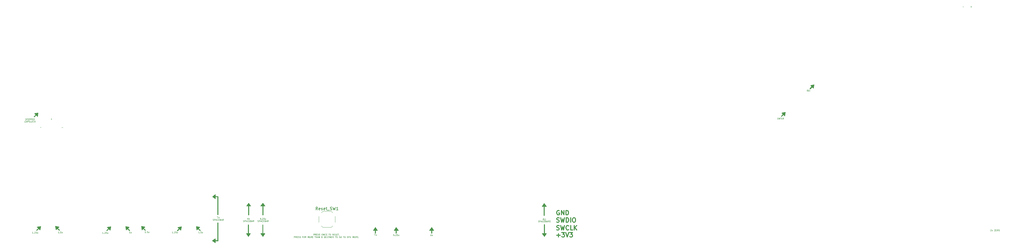
<source format=gbr>
%TF.GenerationSoftware,KiCad,Pcbnew,(6.0.0)*%
%TF.CreationDate,2022-10-18T00:35:49-05:00*%
%TF.ProjectId,_autosave-Phidias-F072-pcb,5f617574-6f73-4617-9665-2d5068696469,rev?*%
%TF.SameCoordinates,Original*%
%TF.FileFunction,Legend,Top*%
%TF.FilePolarity,Positive*%
%FSLAX46Y46*%
G04 Gerber Fmt 4.6, Leading zero omitted, Abs format (unit mm)*
G04 Created by KiCad (PCBNEW (6.0.0)) date 2022-10-18 00:35:49*
%MOMM*%
%LPD*%
G01*
G04 APERTURE LIST*
%ADD10C,0.150000*%
%ADD11C,0.125000*%
%ADD12C,0.300000*%
%ADD13C,0.120000*%
G04 APERTURE END LIST*
D10*
X109630000Y-108250000D02*
X108930000Y-109250000D01*
X154600000Y-117090000D02*
X154120000Y-117480000D01*
X94489642Y-121079999D02*
X94489642Y-120919999D01*
X294592010Y-69460386D02*
X295178909Y-68873488D01*
X204690000Y-112430000D02*
X204690000Y-109480000D01*
X94409643Y-114870000D02*
X94409641Y-121060001D01*
X40846569Y-117444573D02*
X40210172Y-116808177D01*
X204789999Y-115490000D02*
X204790000Y-118510000D01*
X93549643Y-121600000D02*
X93099642Y-121260000D01*
X110330000Y-109250000D02*
X109630000Y-109250000D01*
X81557609Y-116429804D02*
X81953588Y-117066200D01*
X166557738Y-116830000D02*
X166837738Y-116830000D01*
X109940000Y-108750000D02*
X109500000Y-108540000D01*
X68994903Y-116799894D02*
X69270675Y-116552407D01*
X154590000Y-116810000D02*
X154870000Y-116810000D01*
X87807035Y-116895040D02*
X87099929Y-116187934D01*
X69956568Y-117408006D02*
X69369669Y-116821107D01*
X166607738Y-118440000D02*
X166767738Y-118440000D01*
X104870000Y-119000000D02*
X105350000Y-118610000D01*
X104810000Y-112280000D02*
X104810000Y-109260000D01*
X204090000Y-118510000D02*
X204790000Y-118510000D01*
X109630000Y-109250000D02*
X109630000Y-108250000D01*
X94329642Y-120160000D02*
X94329641Y-120990001D01*
X33225147Y-117543099D02*
X33812046Y-116956200D01*
X68733273Y-116665544D02*
X69369669Y-116269564D01*
X147670000Y-118420000D02*
X147670000Y-117520000D01*
X34215097Y-116256165D02*
X34413087Y-116454154D01*
X93289642Y-106140000D02*
X93509642Y-106490000D01*
X166607738Y-118440000D02*
X166607738Y-117610000D01*
X109460000Y-109040000D02*
X109830000Y-109060000D01*
X40790000Y-117501142D02*
X40203101Y-116914243D01*
X69900000Y-117464574D02*
X69263603Y-116828178D01*
X93589642Y-120300000D02*
X93589641Y-121000000D01*
X68888837Y-117075666D02*
X69581801Y-116354416D01*
X39927330Y-116652614D02*
X39835406Y-117055665D01*
X147870000Y-117330000D02*
X147580000Y-117210000D01*
X167247738Y-117430000D02*
X166567738Y-117110000D01*
X63796914Y-116322564D02*
X63337295Y-116485198D01*
X33090538Y-78107672D02*
X32687487Y-78015748D01*
X104670000Y-115550000D02*
X104670000Y-118500000D01*
X286059949Y-78699507D02*
X285564975Y-78204533D01*
X39835406Y-117055665D02*
X40528370Y-116334416D01*
X104370000Y-109170000D02*
X105370000Y-109150000D01*
X154720000Y-116520000D02*
X155420000Y-117520000D01*
X87524193Y-116739477D02*
X87432269Y-117142528D01*
X205470000Y-109410000D02*
X204770000Y-109410000D01*
X56945147Y-117629114D02*
X57532047Y-117042214D01*
X285564975Y-78204533D02*
X286272082Y-77497426D01*
X109510000Y-108820000D02*
X109030000Y-109210000D01*
X294592010Y-69460386D02*
X294705147Y-69573523D01*
X104750000Y-118570000D02*
X104750000Y-119570000D01*
X39821264Y-116588974D02*
X39757624Y-117204157D01*
X87099929Y-116187934D02*
X87312061Y-117390015D01*
X93009642Y-121170001D02*
X93089642Y-120690000D01*
X285317487Y-77829766D02*
X286038736Y-78522731D01*
X167157738Y-117220000D02*
X166517738Y-116960000D01*
X63662564Y-116867036D02*
X63938336Y-116619549D01*
X109410000Y-118760000D02*
X109700000Y-118880001D01*
X93589641Y-121000000D02*
X92589643Y-121000000D01*
X109710000Y-112270000D02*
X109710000Y-109320000D01*
X147590000Y-118420000D02*
X147590000Y-117590000D01*
X58083589Y-117042213D02*
X57814888Y-116405818D01*
X63400934Y-116605407D02*
X63796914Y-116322564D01*
X104050000Y-118570000D02*
X104750000Y-118570000D01*
X33507731Y-78256164D02*
X33345097Y-77796545D01*
X104810000Y-108260000D02*
X104110000Y-109260000D01*
X81684888Y-116429804D02*
X81967731Y-116825784D01*
X33112010Y-117429961D02*
X33225147Y-117543099D01*
X87099929Y-116187934D02*
X88302010Y-116400066D01*
X166887738Y-117350000D02*
X166597738Y-117230000D01*
X94499642Y-112160000D02*
X94339642Y-112160000D01*
X147500000Y-117310000D02*
X147870000Y-117330000D01*
X204970000Y-109220000D02*
X204680000Y-109100000D01*
X94499642Y-105970000D02*
X93669641Y-105970000D01*
X204230000Y-118620000D02*
X204910000Y-118940000D01*
X294888995Y-68428010D02*
X295447609Y-68350229D01*
X147750000Y-118420000D02*
X147750000Y-117590000D01*
X147070000Y-117480000D02*
X147410000Y-117030000D01*
X105350000Y-118610000D02*
X105010000Y-119060000D01*
X154550000Y-117310000D02*
X154920000Y-117330000D01*
X295779949Y-69375533D02*
X295284975Y-68880559D01*
X286272082Y-77497426D02*
X286059949Y-78699507D01*
X205330000Y-109300000D02*
X204650000Y-108980000D01*
X295447609Y-68350229D02*
X295843589Y-68986625D01*
X285840746Y-78211604D02*
X285720538Y-77921690D01*
X93089642Y-120690000D02*
X92879642Y-121130000D01*
X165987738Y-117540000D02*
X166687738Y-117540000D01*
X204790000Y-118510000D02*
X204790000Y-119510000D01*
X87538335Y-116866756D02*
X87814107Y-116619269D01*
X33310000Y-116355161D02*
X33804975Y-116850134D01*
X147670000Y-116520000D02*
X146970000Y-117520000D01*
X109540000Y-108940000D02*
X109190000Y-109160000D01*
X93599641Y-106050000D02*
X92599642Y-106050000D01*
X33154178Y-78001607D02*
X32538994Y-77937966D01*
X33408736Y-78708712D02*
X33154178Y-78001607D01*
X81805097Y-116366165D02*
X82003086Y-116564154D01*
X87418127Y-116675837D02*
X87354487Y-117291020D01*
X63436290Y-117390295D02*
X63931265Y-116895320D01*
X93109642Y-106310000D02*
X93279642Y-105580000D01*
X93499642Y-121440000D02*
X93479642Y-120440000D01*
X295695097Y-68286589D02*
X295893087Y-68484579D01*
X104640000Y-109050000D02*
X105010000Y-109070000D01*
X109030000Y-109210000D02*
X109370000Y-108760000D01*
X33833259Y-116581433D02*
X34080747Y-116857206D01*
X295504178Y-68491650D02*
X294888995Y-68428010D01*
X109870000Y-119060000D02*
X109140000Y-118890000D01*
X109630000Y-108250000D02*
X110330000Y-109250000D01*
X93099642Y-121260000D02*
X93269642Y-120530000D01*
X154020000Y-117520000D02*
X154720000Y-117520000D01*
X284928579Y-78840929D02*
X285564975Y-78204533D01*
X285975097Y-77610563D02*
X286173087Y-77808553D01*
X88443432Y-117531436D02*
X87807035Y-116895040D01*
X93599642Y-106750000D02*
X93599641Y-106050000D01*
X33804975Y-116850134D02*
X34512082Y-116143027D01*
X109190000Y-109160000D02*
X110190000Y-109140000D01*
X285070000Y-77709558D02*
X285564975Y-78204533D01*
X93489642Y-105490000D02*
X93169642Y-106169999D01*
X286038736Y-78522731D02*
X285784178Y-77815624D01*
X155280000Y-117410000D02*
X154600000Y-117090000D01*
X109690000Y-115550000D02*
X109530000Y-115550000D01*
X147670000Y-117520000D02*
X147670000Y-116520000D01*
X63648422Y-116739757D02*
X63556498Y-117142807D01*
X88386863Y-117588005D02*
X87799964Y-117001106D01*
X87276705Y-116732406D02*
X87913101Y-116336426D01*
X33429949Y-78885489D02*
X32934975Y-78390514D01*
X57744178Y-116547240D02*
X57128994Y-116483600D01*
X64426239Y-116400346D02*
X63931265Y-116895320D01*
X94489642Y-120160000D02*
X94329642Y-120160000D01*
X105510000Y-109260000D02*
X104810000Y-109260000D01*
X146970000Y-117520000D02*
X147670000Y-117520000D01*
X69129253Y-116255422D02*
X68669634Y-116418056D01*
X295313259Y-68611858D02*
X295560746Y-68887630D01*
X64624229Y-117475148D02*
X64037331Y-116888249D01*
X93019642Y-106220000D02*
X93099642Y-105740000D01*
X104280000Y-118890000D02*
X104920000Y-119150000D01*
X204770000Y-109410000D02*
X204770000Y-108410000D01*
X205240000Y-109090000D02*
X204600000Y-108830000D01*
X56888579Y-117572545D02*
X57524975Y-116936148D01*
X57277487Y-116561382D02*
X57998736Y-117254346D01*
X108910000Y-118570000D02*
X109610000Y-118570000D01*
X109610000Y-119570000D02*
X110310000Y-118570000D01*
X39679842Y-116645543D02*
X40316238Y-116249563D01*
X104750000Y-119570000D02*
X105450000Y-118570000D01*
X94499642Y-106049999D02*
X93599641Y-106050000D01*
X148230000Y-117410000D02*
X147550000Y-117090000D01*
X109370000Y-108760000D02*
X110100000Y-108930000D01*
X56832010Y-117515976D02*
X57418909Y-116929076D01*
X92879642Y-121130000D02*
X92879643Y-120850000D01*
X33642082Y-77683407D02*
X33429949Y-78885489D01*
X34363589Y-116956200D02*
X34094889Y-116319804D01*
X40075822Y-116235421D02*
X39616203Y-116398055D01*
X104550000Y-118760000D02*
X104840000Y-118880001D01*
X148140000Y-117200000D02*
X147500000Y-116940000D01*
X204870000Y-115490000D02*
X204710000Y-115490000D01*
X286272082Y-77497426D02*
X285070000Y-77709558D01*
X295758736Y-69198757D02*
X295504178Y-68491650D01*
X295440538Y-68597716D02*
X295037487Y-68505792D01*
X80702010Y-117539962D02*
X80815147Y-117653099D01*
X81550538Y-116677292D02*
X81147487Y-116585368D01*
X154920000Y-117330000D02*
X154630000Y-117210000D01*
X39715197Y-117303152D02*
X40210172Y-116808177D01*
X205050000Y-119000000D02*
X204320000Y-118830000D01*
X68733273Y-116538265D02*
X69129253Y-116255422D01*
X204070000Y-109410000D02*
X204770000Y-109410000D01*
X57687609Y-116405818D02*
X58083589Y-117042213D01*
X80758579Y-117596531D02*
X81394975Y-116960134D01*
X155030000Y-117020000D02*
X154590000Y-116810000D01*
X93559642Y-106650000D02*
X93109642Y-106310000D01*
X104890000Y-112280000D02*
X104890000Y-109330000D01*
X92589643Y-121000000D02*
X93589642Y-120300000D01*
X147550000Y-117090000D02*
X147070000Y-117480000D01*
X33097609Y-77860184D02*
X33493589Y-78496580D01*
X104830000Y-115550000D02*
X104670000Y-115550000D01*
X166997738Y-117040000D02*
X166557738Y-116830000D01*
X147540000Y-116810000D02*
X147820000Y-116810000D01*
X81967731Y-116825784D02*
X81805097Y-116366165D01*
X80900000Y-116465160D02*
X81394975Y-116960134D01*
X93169642Y-106169999D02*
X93559642Y-106650000D01*
X154460000Y-117030000D02*
X155190000Y-117200000D01*
X63400934Y-116732686D02*
X64037330Y-116336706D01*
X204600000Y-108830000D02*
X205080000Y-108910000D01*
X87432269Y-117142528D02*
X88125233Y-116421279D01*
X81614178Y-116571226D02*
X80998994Y-116507586D01*
X32963258Y-78121814D02*
X33210747Y-78397586D01*
X166247738Y-117450000D02*
X167247738Y-117430000D01*
X105010000Y-119060000D02*
X104280000Y-118890000D01*
X81394975Y-116960134D02*
X82102081Y-116253027D01*
X88125233Y-116421279D02*
X87418127Y-116675837D01*
X295857731Y-68746208D02*
X295695097Y-68286589D01*
X39503066Y-116101071D02*
X39715197Y-117303152D01*
X32687487Y-78015748D02*
X33408736Y-78708712D01*
X105280000Y-108940000D02*
X104640000Y-108680000D01*
X285784178Y-77815624D02*
X285168995Y-77751985D01*
X166517738Y-116960000D02*
X166997738Y-117040000D01*
X32355147Y-79083479D02*
X32942046Y-78496580D01*
X57935097Y-116342179D02*
X58133086Y-116540168D01*
X57524975Y-116936148D02*
X58232081Y-116229041D01*
X204320000Y-118830000D02*
X204960000Y-119090000D01*
X94329642Y-114870000D02*
X94329642Y-121060000D01*
X295992082Y-68173452D02*
X294790000Y-68385584D01*
X64567661Y-117531716D02*
X63931265Y-116895320D01*
X69581801Y-116354416D02*
X68874695Y-116608975D01*
X204710000Y-115490000D02*
X204710000Y-118440000D01*
X63224158Y-116188214D02*
X64426239Y-116400346D01*
X154550000Y-116940000D02*
X155030000Y-117020000D01*
X94489642Y-121079999D02*
X93659641Y-121080000D01*
X80815147Y-117653099D02*
X81402047Y-117066200D01*
X109730000Y-119000000D02*
X110210000Y-118610000D01*
X92889643Y-106180000D02*
X92889643Y-105900000D01*
X154280000Y-117430000D02*
X155280000Y-117410000D01*
X204650000Y-108980000D02*
X204170000Y-109370000D01*
X104750000Y-119570000D02*
X104050000Y-118570000D01*
X33210747Y-78397586D02*
X33090538Y-78107672D01*
X285720538Y-77921690D02*
X285317487Y-77829766D01*
X166087738Y-117500000D02*
X166427738Y-117050000D01*
X87312061Y-117390015D02*
X87807035Y-116895040D01*
X63938336Y-116619549D02*
X63648422Y-116739757D01*
X82102081Y-116253027D02*
X81889949Y-117455109D01*
X93269642Y-120530000D02*
X93009642Y-121170001D01*
X285727609Y-77674203D02*
X286123589Y-78310599D01*
X147230000Y-117430000D02*
X148230000Y-117410000D01*
X40903137Y-117388005D02*
X40316238Y-116801106D01*
X81670747Y-116967207D02*
X81550538Y-116677292D01*
X205390000Y-118550000D02*
X205050000Y-119000000D01*
X69843431Y-117521143D02*
X69256532Y-116934244D01*
X110310000Y-118570000D02*
X109610000Y-118570000D01*
X110050000Y-118660001D02*
X109050000Y-118680000D01*
X104720000Y-108950000D02*
X104370000Y-109170000D01*
X155420000Y-117520000D02*
X154720000Y-117520000D01*
X33224888Y-77860184D02*
X33507731Y-78256164D01*
X205080000Y-108910000D02*
X204640000Y-108700000D01*
X68768629Y-117323153D02*
X69263603Y-116828178D01*
X109050000Y-118680000D02*
X109730000Y-119000000D01*
X204850000Y-112430000D02*
X204850000Y-109480000D01*
X166597738Y-117230000D02*
X166247738Y-117450000D01*
X204510000Y-108920000D02*
X205240000Y-109090000D01*
X205490000Y-118510000D02*
X204790000Y-118510000D01*
X295560746Y-68887630D02*
X295440538Y-68597716D01*
X204790000Y-119510000D02*
X204090000Y-118510000D01*
X87354487Y-117291020D02*
X87276705Y-116732406D01*
X58019949Y-117431123D02*
X57524975Y-116936148D01*
X204960000Y-119090000D02*
X204479999Y-119010000D01*
X94489642Y-120999999D02*
X93589641Y-121000000D01*
X87913101Y-116336426D02*
X87276705Y-116605127D01*
X69843431Y-117521143D02*
X69956568Y-117408006D01*
X93379642Y-121170001D02*
X93399643Y-120800000D01*
X39503066Y-116101071D02*
X40705147Y-116313203D01*
X57128994Y-116483600D02*
X57687609Y-116405818D01*
X68556497Y-116121072D02*
X68768629Y-117323153D01*
X286137731Y-78070182D02*
X285975097Y-77610563D01*
X166687738Y-116540000D02*
X167387738Y-117540000D01*
X57800746Y-116943220D02*
X57680538Y-116653306D01*
X166517738Y-117330000D02*
X166887738Y-117350000D01*
X204880000Y-118820001D02*
X205230000Y-118600001D01*
X33960538Y-116567292D02*
X33557487Y-116475368D01*
X87213066Y-116484918D02*
X87411056Y-116286929D01*
X204690000Y-110310000D02*
X204850000Y-110310000D01*
X204680000Y-109100000D02*
X204330000Y-109320000D01*
X40705147Y-116313203D02*
X40210172Y-116808177D01*
X32242010Y-78970341D02*
X32355147Y-79083479D01*
X204479999Y-119010000D02*
X204920000Y-119220000D01*
X204770000Y-108410000D02*
X204070000Y-109410000D01*
X69263603Y-116828178D02*
X68556497Y-116121072D01*
X32298579Y-79026911D02*
X32934975Y-78390514D01*
X109550000Y-112270000D02*
X109710000Y-112270000D01*
X147500000Y-116940000D02*
X147980000Y-117020000D01*
X105120000Y-108760000D02*
X104680000Y-108550000D01*
X166427738Y-117050000D02*
X167157738Y-117220000D01*
X109550000Y-110150000D02*
X109710000Y-110150000D01*
X81147487Y-116585368D02*
X81868736Y-117278332D01*
X81868736Y-117278332D02*
X81614178Y-116571226D01*
X104690000Y-108830000D02*
X104210000Y-109220000D01*
X32440000Y-77895541D02*
X32934975Y-78390514D01*
X166767738Y-118440000D02*
X166767738Y-117610000D01*
X68980761Y-116672615D02*
X68888837Y-117075666D01*
X94339642Y-112160000D02*
X94339642Y-106039999D01*
X109610000Y-119570000D02*
X108910000Y-118570000D01*
X40210172Y-116808177D02*
X39503066Y-116101071D01*
X295037487Y-68505792D02*
X295758736Y-69198757D01*
X286123589Y-78310599D02*
X285854889Y-77674203D01*
X109609999Y-115550000D02*
X109610000Y-118570000D01*
X94499642Y-106130000D02*
X94499642Y-105970000D01*
X294790000Y-68385584D02*
X295284975Y-68880559D01*
X33642082Y-77683407D02*
X32440000Y-77895541D01*
X34024179Y-116461226D02*
X33408994Y-116397586D01*
X109700000Y-118880001D02*
X110050000Y-118660001D01*
X295843589Y-68986625D02*
X295574889Y-68350229D01*
X104190000Y-118680000D02*
X104870000Y-119000000D01*
X104210000Y-109220000D02*
X104550000Y-108770000D01*
X166687738Y-118440000D02*
X166687738Y-117540000D01*
X110210000Y-118610000D02*
X109870000Y-119060000D01*
X93389642Y-106220000D02*
X93409643Y-105850000D01*
X147670000Y-116520000D02*
X148370000Y-117520000D01*
X295574889Y-68350229D02*
X295857731Y-68746208D01*
X109610000Y-118570000D02*
X109610000Y-119570000D01*
X94419642Y-112159999D02*
X94419642Y-105969999D01*
X104730000Y-112280000D02*
X104890000Y-112280000D01*
X32538994Y-77937966D02*
X33097609Y-77860184D01*
X81423259Y-116691434D02*
X81670747Y-116967207D01*
X33967609Y-116319804D02*
X34363589Y-116956200D01*
X88386863Y-117588005D02*
X88500000Y-117474868D01*
X204870000Y-117609999D02*
X204710000Y-117609999D01*
X40316238Y-116249563D02*
X39679842Y-116518264D01*
X33557487Y-116475368D02*
X34278736Y-117168332D01*
X166687738Y-116540000D02*
X165987738Y-117540000D01*
X104439999Y-119070000D02*
X104880000Y-119280000D01*
X204600000Y-109200000D02*
X204970000Y-109220000D01*
X39941472Y-116779893D02*
X40217244Y-116532406D01*
X63337295Y-116485198D02*
X63535285Y-116287209D01*
X154720000Y-117520000D02*
X154720000Y-116520000D01*
X155190000Y-117200000D02*
X154550000Y-116940000D01*
X57030000Y-116441174D02*
X57524975Y-116936148D01*
X63556498Y-117142807D02*
X64249462Y-116421559D01*
X39757624Y-117204157D02*
X39679842Y-116645543D01*
X109630000Y-112270000D02*
X109630000Y-109250000D01*
X104880000Y-119280000D02*
X104600000Y-119280000D01*
X204590000Y-118700000D02*
X204880000Y-118820001D01*
X109500000Y-108540000D02*
X109780000Y-108540000D01*
X204770000Y-112430000D02*
X204770000Y-109410000D01*
X40217244Y-116532406D02*
X39927330Y-116652614D01*
X64511092Y-117588285D02*
X63924193Y-117001386D01*
X110190000Y-109140000D02*
X109510000Y-108820000D01*
X295992082Y-68173452D02*
X295779949Y-69375533D01*
X33168579Y-117486531D02*
X33804975Y-116850134D01*
X64511092Y-117588285D02*
X64624229Y-117475148D01*
X204920000Y-119220000D02*
X204640000Y-119220000D01*
X104749999Y-115550000D02*
X104750000Y-118570000D01*
X40528370Y-116334416D02*
X39821264Y-116588974D01*
X69369669Y-116269564D02*
X68733273Y-116538265D01*
X87814107Y-116619269D02*
X87524193Y-116739477D01*
X104840000Y-118880001D02*
X105190000Y-118660001D01*
X94489642Y-120919999D02*
X93659641Y-120920000D01*
X94329642Y-114870000D02*
X94489642Y-114870000D01*
X34080747Y-116857206D02*
X33960538Y-116567292D01*
X58232081Y-116229041D02*
X57030000Y-116441174D01*
X93279642Y-105580000D02*
X93019642Y-106220000D01*
X110100000Y-108930000D02*
X109460000Y-108670000D01*
X93509642Y-106490000D02*
X93489642Y-105490000D01*
X92599642Y-106050000D02*
X93599642Y-106750000D01*
X104110000Y-109260000D02*
X104810000Y-109260000D01*
X109530000Y-115550000D02*
X109530000Y-118500000D01*
X32934975Y-78390514D02*
X33642082Y-77683407D01*
X92589643Y-121000000D02*
X93589642Y-121700000D01*
X39616203Y-116398055D02*
X39814193Y-116200066D01*
X105450000Y-118570000D02*
X104750000Y-118570000D01*
X33408994Y-116397586D02*
X33967609Y-116319804D01*
X94339642Y-106870000D02*
X94499642Y-106870000D01*
X87276705Y-116605127D02*
X87672685Y-116322284D01*
X80702010Y-117539962D02*
X81288909Y-116953062D01*
X204690000Y-112430000D02*
X204850000Y-112430000D01*
X88302010Y-116400066D02*
X87807035Y-116895040D01*
X285168995Y-77751985D02*
X285727609Y-77674203D01*
X68669634Y-116418056D02*
X68867624Y-116220067D01*
X68556497Y-116121072D02*
X69758578Y-116333204D01*
X57680538Y-116653306D02*
X57277487Y-116561382D01*
X109299999Y-119070000D02*
X109740000Y-119280000D01*
X294648579Y-69516955D02*
X295284975Y-68880559D01*
X105190000Y-118660001D02*
X104190000Y-118680000D01*
X284872010Y-78784360D02*
X285458909Y-78197462D01*
X64249462Y-116421559D02*
X63542356Y-116676117D01*
X285593259Y-77935832D02*
X285840746Y-78211604D01*
X109690000Y-117669999D02*
X109530000Y-117669999D01*
X104810000Y-109260000D02*
X104810000Y-108260000D01*
X285854889Y-77674203D02*
X286137731Y-78070182D01*
X205230000Y-118600001D02*
X204230000Y-118620000D01*
X93159642Y-121120000D02*
X93549643Y-121600000D01*
X69758578Y-116333204D02*
X69263603Y-116828178D01*
X109780001Y-118780000D02*
X109410000Y-118760000D01*
X93599642Y-105350000D02*
X93599641Y-106050000D01*
X68811055Y-117224159D02*
X68733273Y-116665544D01*
X93479642Y-120440000D02*
X93159642Y-121120000D01*
X34512082Y-116143027D02*
X33310000Y-116355161D01*
X104830000Y-117669999D02*
X104670000Y-117669999D01*
X104830000Y-115550000D02*
X104830000Y-118500000D01*
X33112010Y-117429961D02*
X33698909Y-116843062D01*
X166687738Y-117540000D02*
X166687738Y-116540000D01*
X154800000Y-118420000D02*
X154800000Y-117590000D01*
X147590000Y-118420000D02*
X147750000Y-118420000D01*
X82102081Y-116253027D02*
X80900000Y-116465160D01*
X108930000Y-109250000D02*
X109630000Y-109250000D01*
X204330000Y-109320000D02*
X205330000Y-109300000D01*
X81953588Y-117066200D02*
X81684888Y-116429804D01*
X104550000Y-108770000D02*
X105280000Y-108940000D01*
X93399643Y-120800000D02*
X93279642Y-121090000D01*
X64037330Y-116336706D02*
X63400934Y-116605407D01*
X204170000Y-109370000D02*
X204510000Y-108920000D01*
X104920001Y-118780000D02*
X104550000Y-118760000D01*
X154720000Y-118420000D02*
X154720000Y-117520000D01*
X88500000Y-117474868D02*
X87913101Y-116887969D01*
X69270675Y-116552407D02*
X68980761Y-116672615D01*
X93279642Y-121090000D02*
X93499642Y-121440000D01*
X105370000Y-109150000D02*
X104690000Y-108830000D01*
X295284975Y-68880559D02*
X295992082Y-68173452D01*
X109740000Y-119280000D02*
X109460000Y-119280000D01*
X204910000Y-118940000D02*
X205390000Y-118550000D01*
X154640000Y-118420000D02*
X154800000Y-118420000D01*
X63224158Y-116188214D02*
X63436290Y-117390295D01*
X154630000Y-117210000D02*
X154280000Y-117430000D01*
X109690000Y-115550000D02*
X109690000Y-118500000D01*
X34094889Y-116319804D02*
X34377731Y-116715784D01*
X284985147Y-78897498D02*
X285572046Y-78310599D01*
X204790000Y-119510000D02*
X205490000Y-118510000D01*
X94499642Y-106870000D02*
X94499642Y-106039999D01*
X204770000Y-108410000D02*
X205470000Y-109410000D01*
X104680000Y-108550000D02*
X104960000Y-108550000D01*
X87672685Y-116322284D02*
X87213066Y-116484918D01*
X154720000Y-116520000D02*
X154020000Y-117520000D01*
X68874695Y-116608975D02*
X68811055Y-117224159D01*
X109140000Y-118890000D02*
X109780000Y-119150000D01*
X104730000Y-110160000D02*
X104890000Y-110160000D01*
X34512082Y-116143027D02*
X34299949Y-117345109D01*
X105010000Y-109070000D02*
X104720000Y-108950000D01*
X63542356Y-116676117D02*
X63478716Y-117291300D01*
X57814888Y-116405818D02*
X58097731Y-116801798D01*
X154640000Y-118420000D02*
X154640000Y-117590000D01*
X34377731Y-116715784D02*
X34215097Y-116256165D01*
X63478716Y-117291300D02*
X63400934Y-116732686D01*
X92599642Y-106050000D02*
X93599642Y-105350000D01*
X58097731Y-116801798D02*
X57935097Y-116342179D01*
X154120000Y-117480000D02*
X154460000Y-117030000D01*
X147410000Y-117030000D02*
X148140000Y-117200000D01*
X284872010Y-78784360D02*
X284985147Y-78897498D01*
X109550000Y-112270000D02*
X109550000Y-109320000D01*
X93409643Y-105850000D02*
X93289642Y-106140000D01*
X104920000Y-119150000D02*
X104439999Y-119070000D01*
X94489642Y-114870000D02*
X94489642Y-120990002D01*
X58232081Y-116229041D02*
X58019949Y-117431123D01*
X57998736Y-117254346D02*
X57744178Y-116547240D01*
X109780000Y-119150000D02*
X109299999Y-119070000D01*
X147980000Y-117020000D02*
X147540000Y-116810000D01*
X104640000Y-108680000D02*
X105120000Y-108760000D01*
X204870000Y-115490000D02*
X204870000Y-118440000D01*
X34278736Y-117168332D02*
X34024179Y-116461226D01*
X93589642Y-121700000D02*
X93589641Y-121000000D01*
X33345097Y-77796545D02*
X33543087Y-77994534D01*
X204640000Y-108700000D02*
X204920000Y-108700000D01*
X33493589Y-78496580D02*
X33224888Y-77860184D01*
X148370000Y-117520000D02*
X147670000Y-117520000D01*
X294705147Y-69573523D02*
X295292046Y-68986625D01*
X39679842Y-116518264D02*
X40075822Y-116235421D01*
X56832010Y-117515976D02*
X56945147Y-117629114D01*
X93099642Y-105740000D02*
X92889643Y-106180000D01*
X104730000Y-112280000D02*
X104730000Y-109330000D01*
X94329642Y-120900000D02*
X94329642Y-121060000D01*
X34299949Y-117345109D02*
X33804975Y-116850134D01*
X104810000Y-108260000D02*
X105510000Y-109260000D01*
X94499642Y-112160000D02*
X94499642Y-105970000D01*
X94499642Y-106130000D02*
X93669641Y-106130000D01*
X147580000Y-117210000D02*
X147230000Y-117430000D01*
X81889949Y-117455109D02*
X81394975Y-116960134D01*
X80998994Y-116507586D02*
X81557609Y-116429804D01*
X109830000Y-109060000D02*
X109540000Y-108940000D01*
X40790000Y-117501142D02*
X40903137Y-117388005D01*
X167387738Y-117540000D02*
X166687738Y-117540000D01*
X204960001Y-118720000D02*
X204590000Y-118700000D01*
X166567738Y-117110000D02*
X166087738Y-117500000D01*
X57553259Y-116667448D02*
X57800746Y-116943220D01*
X109460000Y-108670000D02*
X109940000Y-108750000D01*
X32242010Y-78970341D02*
X32828909Y-78383442D01*
X63931265Y-116895320D02*
X63224158Y-116188214D01*
D11*
X153963809Y-118766190D02*
X153868571Y-118766190D01*
X153820952Y-118790000D01*
X153797142Y-118813809D01*
X153749523Y-118885238D01*
X153725714Y-118980476D01*
X153725714Y-119170952D01*
X153749523Y-119218571D01*
X153773333Y-119242380D01*
X153820952Y-119266190D01*
X153916190Y-119266190D01*
X153963809Y-119242380D01*
X153987619Y-119218571D01*
X154011428Y-119170952D01*
X154011428Y-119051904D01*
X153987619Y-119004285D01*
X153963809Y-118980476D01*
X153916190Y-118956666D01*
X153820952Y-118956666D01*
X153773333Y-118980476D01*
X153749523Y-119004285D01*
X153725714Y-119051904D01*
X154225714Y-119218571D02*
X154249523Y-119242380D01*
X154225714Y-119266190D01*
X154201904Y-119242380D01*
X154225714Y-119218571D01*
X154225714Y-119266190D01*
X154440000Y-118813809D02*
X154463809Y-118790000D01*
X154511428Y-118766190D01*
X154630476Y-118766190D01*
X154678095Y-118790000D01*
X154701904Y-118813809D01*
X154725714Y-118861428D01*
X154725714Y-118909047D01*
X154701904Y-118980476D01*
X154416190Y-119266190D01*
X154725714Y-119266190D01*
X155178095Y-118766190D02*
X154940000Y-118766190D01*
X154916190Y-119004285D01*
X154940000Y-118980476D01*
X154987619Y-118956666D01*
X155106666Y-118956666D01*
X155154285Y-118980476D01*
X155178095Y-119004285D01*
X155201904Y-119051904D01*
X155201904Y-119170952D01*
X155178095Y-119218571D01*
X155154285Y-119242380D01*
X155106666Y-119266190D01*
X154987619Y-119266190D01*
X154940000Y-119242380D01*
X154916190Y-119218571D01*
X155630476Y-118932857D02*
X155630476Y-119266190D01*
X155416190Y-118932857D02*
X155416190Y-119194761D01*
X155440000Y-119242380D01*
X155487619Y-119266190D01*
X155559047Y-119266190D01*
X155606666Y-119242380D01*
X155630476Y-119218571D01*
X204236190Y-113720833D02*
X204474285Y-113720833D01*
X204188571Y-113863690D02*
X204355238Y-113363690D01*
X204521904Y-113863690D01*
X204926666Y-113863690D02*
X204688571Y-113863690D01*
X204688571Y-113363690D01*
X205331428Y-113863690D02*
X205093333Y-113863690D01*
X205093333Y-113363690D01*
X202724285Y-114644880D02*
X202795714Y-114668690D01*
X202914761Y-114668690D01*
X202962380Y-114644880D01*
X202986190Y-114621071D01*
X203010000Y-114573452D01*
X203010000Y-114525833D01*
X202986190Y-114478214D01*
X202962380Y-114454404D01*
X202914761Y-114430595D01*
X202819523Y-114406785D01*
X202771904Y-114382976D01*
X202748095Y-114359166D01*
X202724285Y-114311547D01*
X202724285Y-114263928D01*
X202748095Y-114216309D01*
X202771904Y-114192500D01*
X202819523Y-114168690D01*
X202938571Y-114168690D01*
X203010000Y-114192500D01*
X203224285Y-114668690D02*
X203224285Y-114168690D01*
X203414761Y-114168690D01*
X203462380Y-114192500D01*
X203486190Y-114216309D01*
X203510000Y-114263928D01*
X203510000Y-114335357D01*
X203486190Y-114382976D01*
X203462380Y-114406785D01*
X203414761Y-114430595D01*
X203224285Y-114430595D01*
X203700476Y-114525833D02*
X203938571Y-114525833D01*
X203652857Y-114668690D02*
X203819523Y-114168690D01*
X203986190Y-114668690D01*
X204438571Y-114621071D02*
X204414761Y-114644880D01*
X204343333Y-114668690D01*
X204295714Y-114668690D01*
X204224285Y-114644880D01*
X204176666Y-114597261D01*
X204152857Y-114549642D01*
X204129047Y-114454404D01*
X204129047Y-114382976D01*
X204152857Y-114287738D01*
X204176666Y-114240119D01*
X204224285Y-114192500D01*
X204295714Y-114168690D01*
X204343333Y-114168690D01*
X204414761Y-114192500D01*
X204438571Y-114216309D01*
X204652857Y-114406785D02*
X204819523Y-114406785D01*
X204890952Y-114668690D02*
X204652857Y-114668690D01*
X204652857Y-114168690D01*
X204890952Y-114168690D01*
X205271904Y-114406785D02*
X205343333Y-114430595D01*
X205367142Y-114454404D01*
X205390952Y-114502023D01*
X205390952Y-114573452D01*
X205367142Y-114621071D01*
X205343333Y-114644880D01*
X205295714Y-114668690D01*
X205105238Y-114668690D01*
X205105238Y-114168690D01*
X205271904Y-114168690D01*
X205319523Y-114192500D01*
X205343333Y-114216309D01*
X205367142Y-114263928D01*
X205367142Y-114311547D01*
X205343333Y-114359166D01*
X205319523Y-114382976D01*
X205271904Y-114406785D01*
X205105238Y-114406785D01*
X205581428Y-114525833D02*
X205819523Y-114525833D01*
X205533809Y-114668690D02*
X205700476Y-114168690D01*
X205867142Y-114668690D01*
X206319523Y-114668690D02*
X206152857Y-114430595D01*
X206033809Y-114668690D02*
X206033809Y-114168690D01*
X206224285Y-114168690D01*
X206271904Y-114192500D01*
X206295714Y-114216309D01*
X206319523Y-114263928D01*
X206319523Y-114335357D01*
X206295714Y-114382976D01*
X206271904Y-114406785D01*
X206224285Y-114430595D01*
X206033809Y-114430595D01*
X206510000Y-114644880D02*
X206581428Y-114668690D01*
X206700476Y-114668690D01*
X206748095Y-114644880D01*
X206771904Y-114621071D01*
X206795714Y-114573452D01*
X206795714Y-114525833D01*
X206771904Y-114478214D01*
X206748095Y-114454404D01*
X206700476Y-114430595D01*
X206605238Y-114406785D01*
X206557619Y-114382976D01*
X206533809Y-114359166D01*
X206510000Y-114311547D01*
X206510000Y-114263928D01*
X206533809Y-114216309D01*
X206557619Y-114192500D01*
X206605238Y-114168690D01*
X206724285Y-114168690D01*
X206795714Y-114192500D01*
X88139523Y-118396190D02*
X87853809Y-118396190D01*
X87996666Y-118396190D02*
X87996666Y-117896190D01*
X87949047Y-117967619D01*
X87901428Y-118015238D01*
X87853809Y-118039047D01*
X88353809Y-118348571D02*
X88377619Y-118372380D01*
X88353809Y-118396190D01*
X88330000Y-118372380D01*
X88353809Y-118348571D01*
X88353809Y-118396190D01*
X88830000Y-117896190D02*
X88591904Y-117896190D01*
X88568095Y-118134285D01*
X88591904Y-118110476D01*
X88639523Y-118086666D01*
X88758571Y-118086666D01*
X88806190Y-118110476D01*
X88830000Y-118134285D01*
X88853809Y-118181904D01*
X88853809Y-118300952D01*
X88830000Y-118348571D01*
X88806190Y-118372380D01*
X88758571Y-118396190D01*
X88639523Y-118396190D01*
X88591904Y-118372380D01*
X88568095Y-118348571D01*
X89282380Y-118062857D02*
X89282380Y-118396190D01*
X89068095Y-118062857D02*
X89068095Y-118324761D01*
X89091904Y-118372380D01*
X89139523Y-118396190D01*
X89210952Y-118396190D01*
X89258571Y-118372380D01*
X89282380Y-118348571D01*
X349240476Y-41714285D02*
X348859523Y-41714285D01*
X349050000Y-41523809D02*
X349050000Y-41904761D01*
X55641428Y-118546190D02*
X55355714Y-118546190D01*
X55498571Y-118546190D02*
X55498571Y-118046190D01*
X55450952Y-118117619D01*
X55403333Y-118165238D01*
X55355714Y-118189047D01*
X55855714Y-118498571D02*
X55879523Y-118522380D01*
X55855714Y-118546190D01*
X55831904Y-118522380D01*
X55855714Y-118498571D01*
X55855714Y-118546190D01*
X56070000Y-118093809D02*
X56093809Y-118070000D01*
X56141428Y-118046190D01*
X56260476Y-118046190D01*
X56308095Y-118070000D01*
X56331904Y-118093809D01*
X56355714Y-118141428D01*
X56355714Y-118189047D01*
X56331904Y-118260476D01*
X56046190Y-118546190D01*
X56355714Y-118546190D01*
X56808095Y-118046190D02*
X56570000Y-118046190D01*
X56546190Y-118284285D01*
X56570000Y-118260476D01*
X56617619Y-118236666D01*
X56736666Y-118236666D01*
X56784285Y-118260476D01*
X56808095Y-118284285D01*
X56831904Y-118331904D01*
X56831904Y-118450952D01*
X56808095Y-118498571D01*
X56784285Y-118522380D01*
X56736666Y-118546190D01*
X56617619Y-118546190D01*
X56570000Y-118522380D01*
X56546190Y-118498571D01*
X57260476Y-118212857D02*
X57260476Y-118546190D01*
X57046190Y-118212857D02*
X57046190Y-118474761D01*
X57070000Y-118522380D01*
X57117619Y-118546190D01*
X57189047Y-118546190D01*
X57236666Y-118522380D01*
X57260476Y-118498571D01*
X108923809Y-113253690D02*
X108828571Y-113253690D01*
X108780952Y-113277500D01*
X108757142Y-113301309D01*
X108709523Y-113372738D01*
X108685714Y-113467976D01*
X108685714Y-113658452D01*
X108709523Y-113706071D01*
X108733333Y-113729880D01*
X108780952Y-113753690D01*
X108876190Y-113753690D01*
X108923809Y-113729880D01*
X108947619Y-113706071D01*
X108971428Y-113658452D01*
X108971428Y-113539404D01*
X108947619Y-113491785D01*
X108923809Y-113467976D01*
X108876190Y-113444166D01*
X108780952Y-113444166D01*
X108733333Y-113467976D01*
X108709523Y-113491785D01*
X108685714Y-113539404D01*
X109185714Y-113706071D02*
X109209523Y-113729880D01*
X109185714Y-113753690D01*
X109161904Y-113729880D01*
X109185714Y-113706071D01*
X109185714Y-113753690D01*
X109400000Y-113301309D02*
X109423809Y-113277500D01*
X109471428Y-113253690D01*
X109590476Y-113253690D01*
X109638095Y-113277500D01*
X109661904Y-113301309D01*
X109685714Y-113348928D01*
X109685714Y-113396547D01*
X109661904Y-113467976D01*
X109376190Y-113753690D01*
X109685714Y-113753690D01*
X110138095Y-113253690D02*
X109900000Y-113253690D01*
X109876190Y-113491785D01*
X109900000Y-113467976D01*
X109947619Y-113444166D01*
X110066666Y-113444166D01*
X110114285Y-113467976D01*
X110138095Y-113491785D01*
X110161904Y-113539404D01*
X110161904Y-113658452D01*
X110138095Y-113706071D01*
X110114285Y-113729880D01*
X110066666Y-113753690D01*
X109947619Y-113753690D01*
X109900000Y-113729880D01*
X109876190Y-113706071D01*
X110590476Y-113420357D02*
X110590476Y-113753690D01*
X110376190Y-113420357D02*
X110376190Y-113682261D01*
X110400000Y-113729880D01*
X110447619Y-113753690D01*
X110519047Y-113753690D01*
X110566666Y-113729880D01*
X110590476Y-113706071D01*
X107852380Y-114534880D02*
X107923809Y-114558690D01*
X108042857Y-114558690D01*
X108090476Y-114534880D01*
X108114285Y-114511071D01*
X108138095Y-114463452D01*
X108138095Y-114415833D01*
X108114285Y-114368214D01*
X108090476Y-114344404D01*
X108042857Y-114320595D01*
X107947619Y-114296785D01*
X107900000Y-114272976D01*
X107876190Y-114249166D01*
X107852380Y-114201547D01*
X107852380Y-114153928D01*
X107876190Y-114106309D01*
X107900000Y-114082500D01*
X107947619Y-114058690D01*
X108066666Y-114058690D01*
X108138095Y-114082500D01*
X108352380Y-114558690D02*
X108352380Y-114058690D01*
X108542857Y-114058690D01*
X108590476Y-114082500D01*
X108614285Y-114106309D01*
X108638095Y-114153928D01*
X108638095Y-114225357D01*
X108614285Y-114272976D01*
X108590476Y-114296785D01*
X108542857Y-114320595D01*
X108352380Y-114320595D01*
X108828571Y-114415833D02*
X109066666Y-114415833D01*
X108780952Y-114558690D02*
X108947619Y-114058690D01*
X109114285Y-114558690D01*
X109566666Y-114511071D02*
X109542857Y-114534880D01*
X109471428Y-114558690D01*
X109423809Y-114558690D01*
X109352380Y-114534880D01*
X109304761Y-114487261D01*
X109280952Y-114439642D01*
X109257142Y-114344404D01*
X109257142Y-114272976D01*
X109280952Y-114177738D01*
X109304761Y-114130119D01*
X109352380Y-114082500D01*
X109423809Y-114058690D01*
X109471428Y-114058690D01*
X109542857Y-114082500D01*
X109566666Y-114106309D01*
X109780952Y-114296785D02*
X109947619Y-114296785D01*
X110019047Y-114558690D02*
X109780952Y-114558690D01*
X109780952Y-114058690D01*
X110019047Y-114058690D01*
X110400000Y-114296785D02*
X110471428Y-114320595D01*
X110495238Y-114344404D01*
X110519047Y-114392023D01*
X110519047Y-114463452D01*
X110495238Y-114511071D01*
X110471428Y-114534880D01*
X110423809Y-114558690D01*
X110233333Y-114558690D01*
X110233333Y-114058690D01*
X110400000Y-114058690D01*
X110447619Y-114082500D01*
X110471428Y-114106309D01*
X110495238Y-114153928D01*
X110495238Y-114201547D01*
X110471428Y-114249166D01*
X110447619Y-114272976D01*
X110400000Y-114296785D01*
X110233333Y-114296785D01*
X110709523Y-114415833D02*
X110947619Y-114415833D01*
X110661904Y-114558690D02*
X110828571Y-114058690D01*
X110995238Y-114558690D01*
X111447619Y-114558690D02*
X111280952Y-114320595D01*
X111161904Y-114558690D02*
X111161904Y-114058690D01*
X111352380Y-114058690D01*
X111400000Y-114082500D01*
X111423809Y-114106309D01*
X111447619Y-114153928D01*
X111447619Y-114225357D01*
X111423809Y-114272976D01*
X111400000Y-114296785D01*
X111352380Y-114320595D01*
X111161904Y-114320595D01*
D12*
X208958570Y-117247142D02*
X209172856Y-117318571D01*
X209529999Y-117318571D01*
X209672856Y-117247142D01*
X209744285Y-117175714D01*
X209815713Y-117032857D01*
X209815713Y-116890000D01*
X209744285Y-116747142D01*
X209672856Y-116675714D01*
X209529999Y-116604285D01*
X209244285Y-116532857D01*
X209101428Y-116461428D01*
X209029999Y-116390000D01*
X208958570Y-116247142D01*
X208958570Y-116104285D01*
X209029999Y-115961428D01*
X209101428Y-115890000D01*
X209244285Y-115818571D01*
X209601428Y-115818571D01*
X209815713Y-115890000D01*
X210315713Y-115818571D02*
X210672856Y-117318571D01*
X210958570Y-116247142D01*
X211244285Y-117318571D01*
X211601428Y-115818571D01*
X213029999Y-117175714D02*
X212958570Y-117247142D01*
X212744285Y-117318571D01*
X212601428Y-117318571D01*
X212387142Y-117247142D01*
X212244285Y-117104285D01*
X212172856Y-116961428D01*
X212101428Y-116675714D01*
X212101428Y-116461428D01*
X212172856Y-116175714D01*
X212244285Y-116032857D01*
X212387142Y-115890000D01*
X212601428Y-115818571D01*
X212744285Y-115818571D01*
X212958570Y-115890000D01*
X213029999Y-115961428D01*
X214387142Y-117318571D02*
X213672856Y-117318571D01*
X213672856Y-115818571D01*
X214887142Y-117318571D02*
X214887142Y-115818571D01*
X215744285Y-117318571D02*
X215101428Y-116461428D01*
X215744285Y-115818571D02*
X214887142Y-116675714D01*
D11*
X355604285Y-117203809D02*
X355628095Y-117180000D01*
X355675714Y-117156190D01*
X355794761Y-117156190D01*
X355842380Y-117180000D01*
X355866190Y-117203809D01*
X355890000Y-117251428D01*
X355890000Y-117299047D01*
X355866190Y-117370476D01*
X355580476Y-117656190D01*
X355890000Y-117656190D01*
X356318571Y-117322857D02*
X356318571Y-117656190D01*
X356104285Y-117322857D02*
X356104285Y-117584761D01*
X356128095Y-117632380D01*
X356175714Y-117656190D01*
X356247142Y-117656190D01*
X356294761Y-117632380D01*
X356318571Y-117608571D01*
X356890000Y-117156190D02*
X357223333Y-117156190D01*
X356890000Y-117656190D01*
X357223333Y-117656190D01*
X357413809Y-117394285D02*
X357580476Y-117394285D01*
X357651904Y-117656190D02*
X357413809Y-117656190D01*
X357413809Y-117156190D01*
X357651904Y-117156190D01*
X358151904Y-117656190D02*
X357985238Y-117418095D01*
X357866190Y-117656190D02*
X357866190Y-117156190D01*
X358056666Y-117156190D01*
X358104285Y-117180000D01*
X358128095Y-117203809D01*
X358151904Y-117251428D01*
X358151904Y-117322857D01*
X358128095Y-117370476D01*
X358104285Y-117394285D01*
X358056666Y-117418095D01*
X357866190Y-117418095D01*
X358461428Y-117156190D02*
X358556666Y-117156190D01*
X358604285Y-117180000D01*
X358651904Y-117227619D01*
X358675714Y-117322857D01*
X358675714Y-117489523D01*
X358651904Y-117584761D01*
X358604285Y-117632380D01*
X358556666Y-117656190D01*
X358461428Y-117656190D01*
X358413809Y-117632380D01*
X358366190Y-117584761D01*
X358342380Y-117489523D01*
X358342380Y-117322857D01*
X358366190Y-117227619D01*
X358413809Y-117180000D01*
X358461428Y-117156190D01*
X293530000Y-70351774D02*
X293530000Y-69851774D01*
X293744285Y-70327964D02*
X293815714Y-70351774D01*
X293934761Y-70351774D01*
X293982380Y-70327964D01*
X294006190Y-70304155D01*
X294030000Y-70256536D01*
X294030000Y-70208917D01*
X294006190Y-70161298D01*
X293982380Y-70137488D01*
X293934761Y-70113679D01*
X293839523Y-70089869D01*
X293791904Y-70066060D01*
X293768095Y-70042250D01*
X293744285Y-69994631D01*
X293744285Y-69947012D01*
X293768095Y-69899393D01*
X293791904Y-69875584D01*
X293839523Y-69851774D01*
X293958571Y-69851774D01*
X294030000Y-69875584D01*
X294339523Y-69851774D02*
X294434761Y-69851774D01*
X294482380Y-69875584D01*
X294530000Y-69923203D01*
X294553809Y-70018441D01*
X294553809Y-70185107D01*
X294530000Y-70280345D01*
X294482380Y-70327964D01*
X294434761Y-70351774D01*
X294339523Y-70351774D01*
X294291904Y-70327964D01*
X294244285Y-70280345D01*
X294220476Y-70185107D01*
X294220476Y-70018441D01*
X294244285Y-69923203D01*
X294291904Y-69875584D01*
X294339523Y-69851774D01*
X126712857Y-119143690D02*
X126712857Y-118643690D01*
X126903333Y-118643690D01*
X126950952Y-118667500D01*
X126974761Y-118691309D01*
X126998571Y-118738928D01*
X126998571Y-118810357D01*
X126974761Y-118857976D01*
X126950952Y-118881785D01*
X126903333Y-118905595D01*
X126712857Y-118905595D01*
X127498571Y-119143690D02*
X127331904Y-118905595D01*
X127212857Y-119143690D02*
X127212857Y-118643690D01*
X127403333Y-118643690D01*
X127450952Y-118667500D01*
X127474761Y-118691309D01*
X127498571Y-118738928D01*
X127498571Y-118810357D01*
X127474761Y-118857976D01*
X127450952Y-118881785D01*
X127403333Y-118905595D01*
X127212857Y-118905595D01*
X127712857Y-118881785D02*
X127879523Y-118881785D01*
X127950952Y-119143690D02*
X127712857Y-119143690D01*
X127712857Y-118643690D01*
X127950952Y-118643690D01*
X128141428Y-119119880D02*
X128212857Y-119143690D01*
X128331904Y-119143690D01*
X128379523Y-119119880D01*
X128403333Y-119096071D01*
X128427142Y-119048452D01*
X128427142Y-119000833D01*
X128403333Y-118953214D01*
X128379523Y-118929404D01*
X128331904Y-118905595D01*
X128236666Y-118881785D01*
X128189047Y-118857976D01*
X128165238Y-118834166D01*
X128141428Y-118786547D01*
X128141428Y-118738928D01*
X128165238Y-118691309D01*
X128189047Y-118667500D01*
X128236666Y-118643690D01*
X128355714Y-118643690D01*
X128427142Y-118667500D01*
X128617619Y-119119880D02*
X128689047Y-119143690D01*
X128808095Y-119143690D01*
X128855714Y-119119880D01*
X128879523Y-119096071D01*
X128903333Y-119048452D01*
X128903333Y-119000833D01*
X128879523Y-118953214D01*
X128855714Y-118929404D01*
X128808095Y-118905595D01*
X128712857Y-118881785D01*
X128665238Y-118857976D01*
X128641428Y-118834166D01*
X128617619Y-118786547D01*
X128617619Y-118738928D01*
X128641428Y-118691309D01*
X128665238Y-118667500D01*
X128712857Y-118643690D01*
X128831904Y-118643690D01*
X128903333Y-118667500D01*
X129593809Y-118643690D02*
X129689047Y-118643690D01*
X129736666Y-118667500D01*
X129784285Y-118715119D01*
X129808095Y-118810357D01*
X129808095Y-118977023D01*
X129784285Y-119072261D01*
X129736666Y-119119880D01*
X129689047Y-119143690D01*
X129593809Y-119143690D01*
X129546190Y-119119880D01*
X129498571Y-119072261D01*
X129474761Y-118977023D01*
X129474761Y-118810357D01*
X129498571Y-118715119D01*
X129546190Y-118667500D01*
X129593809Y-118643690D01*
X130022380Y-119143690D02*
X130022380Y-118643690D01*
X130308095Y-119143690D01*
X130308095Y-118643690D01*
X130831904Y-119096071D02*
X130808095Y-119119880D01*
X130736666Y-119143690D01*
X130689047Y-119143690D01*
X130617619Y-119119880D01*
X130570000Y-119072261D01*
X130546190Y-119024642D01*
X130522380Y-118929404D01*
X130522380Y-118857976D01*
X130546190Y-118762738D01*
X130570000Y-118715119D01*
X130617619Y-118667500D01*
X130689047Y-118643690D01*
X130736666Y-118643690D01*
X130808095Y-118667500D01*
X130831904Y-118691309D01*
X131046190Y-118881785D02*
X131212857Y-118881785D01*
X131284285Y-119143690D02*
X131046190Y-119143690D01*
X131046190Y-118643690D01*
X131284285Y-118643690D01*
X131808095Y-118643690D02*
X132093809Y-118643690D01*
X131950952Y-119143690D02*
X131950952Y-118643690D01*
X132355714Y-118643690D02*
X132450952Y-118643690D01*
X132498571Y-118667500D01*
X132546190Y-118715119D01*
X132570000Y-118810357D01*
X132570000Y-118977023D01*
X132546190Y-119072261D01*
X132498571Y-119119880D01*
X132450952Y-119143690D01*
X132355714Y-119143690D01*
X132308095Y-119119880D01*
X132260476Y-119072261D01*
X132236666Y-118977023D01*
X132236666Y-118810357D01*
X132260476Y-118715119D01*
X132308095Y-118667500D01*
X132355714Y-118643690D01*
X133450952Y-119143690D02*
X133284285Y-118905595D01*
X133165238Y-119143690D02*
X133165238Y-118643690D01*
X133355714Y-118643690D01*
X133403333Y-118667500D01*
X133427142Y-118691309D01*
X133450952Y-118738928D01*
X133450952Y-118810357D01*
X133427142Y-118857976D01*
X133403333Y-118881785D01*
X133355714Y-118905595D01*
X133165238Y-118905595D01*
X133665238Y-118881785D02*
X133831904Y-118881785D01*
X133903333Y-119143690D02*
X133665238Y-119143690D01*
X133665238Y-118643690D01*
X133903333Y-118643690D01*
X134093809Y-119119880D02*
X134165238Y-119143690D01*
X134284285Y-119143690D01*
X134331904Y-119119880D01*
X134355714Y-119096071D01*
X134379523Y-119048452D01*
X134379523Y-119000833D01*
X134355714Y-118953214D01*
X134331904Y-118929404D01*
X134284285Y-118905595D01*
X134189047Y-118881785D01*
X134141428Y-118857976D01*
X134117619Y-118834166D01*
X134093809Y-118786547D01*
X134093809Y-118738928D01*
X134117619Y-118691309D01*
X134141428Y-118667500D01*
X134189047Y-118643690D01*
X134308095Y-118643690D01*
X134379523Y-118667500D01*
X134593809Y-118881785D02*
X134760476Y-118881785D01*
X134831904Y-119143690D02*
X134593809Y-119143690D01*
X134593809Y-118643690D01*
X134831904Y-118643690D01*
X134974761Y-118643690D02*
X135260476Y-118643690D01*
X135117619Y-119143690D02*
X135117619Y-118643690D01*
X135427142Y-119096071D02*
X135450952Y-119119880D01*
X135427142Y-119143690D01*
X135403333Y-119119880D01*
X135427142Y-119096071D01*
X135427142Y-119143690D01*
X120153333Y-119948690D02*
X120153333Y-119448690D01*
X120343809Y-119448690D01*
X120391428Y-119472500D01*
X120415238Y-119496309D01*
X120439047Y-119543928D01*
X120439047Y-119615357D01*
X120415238Y-119662976D01*
X120391428Y-119686785D01*
X120343809Y-119710595D01*
X120153333Y-119710595D01*
X120939047Y-119948690D02*
X120772380Y-119710595D01*
X120653333Y-119948690D02*
X120653333Y-119448690D01*
X120843809Y-119448690D01*
X120891428Y-119472500D01*
X120915238Y-119496309D01*
X120939047Y-119543928D01*
X120939047Y-119615357D01*
X120915238Y-119662976D01*
X120891428Y-119686785D01*
X120843809Y-119710595D01*
X120653333Y-119710595D01*
X121153333Y-119686785D02*
X121320000Y-119686785D01*
X121391428Y-119948690D02*
X121153333Y-119948690D01*
X121153333Y-119448690D01*
X121391428Y-119448690D01*
X121581904Y-119924880D02*
X121653333Y-119948690D01*
X121772380Y-119948690D01*
X121820000Y-119924880D01*
X121843809Y-119901071D01*
X121867619Y-119853452D01*
X121867619Y-119805833D01*
X121843809Y-119758214D01*
X121820000Y-119734404D01*
X121772380Y-119710595D01*
X121677142Y-119686785D01*
X121629523Y-119662976D01*
X121605714Y-119639166D01*
X121581904Y-119591547D01*
X121581904Y-119543928D01*
X121605714Y-119496309D01*
X121629523Y-119472500D01*
X121677142Y-119448690D01*
X121796190Y-119448690D01*
X121867619Y-119472500D01*
X122058095Y-119924880D02*
X122129523Y-119948690D01*
X122248571Y-119948690D01*
X122296190Y-119924880D01*
X122320000Y-119901071D01*
X122343809Y-119853452D01*
X122343809Y-119805833D01*
X122320000Y-119758214D01*
X122296190Y-119734404D01*
X122248571Y-119710595D01*
X122153333Y-119686785D01*
X122105714Y-119662976D01*
X122081904Y-119639166D01*
X122058095Y-119591547D01*
X122058095Y-119543928D01*
X122081904Y-119496309D01*
X122105714Y-119472500D01*
X122153333Y-119448690D01*
X122272380Y-119448690D01*
X122343809Y-119472500D01*
X123105714Y-119686785D02*
X122939047Y-119686785D01*
X122939047Y-119948690D02*
X122939047Y-119448690D01*
X123177142Y-119448690D01*
X123462857Y-119448690D02*
X123558095Y-119448690D01*
X123605714Y-119472500D01*
X123653333Y-119520119D01*
X123677142Y-119615357D01*
X123677142Y-119782023D01*
X123653333Y-119877261D01*
X123605714Y-119924880D01*
X123558095Y-119948690D01*
X123462857Y-119948690D01*
X123415238Y-119924880D01*
X123367619Y-119877261D01*
X123343809Y-119782023D01*
X123343809Y-119615357D01*
X123367619Y-119520119D01*
X123415238Y-119472500D01*
X123462857Y-119448690D01*
X124177142Y-119948690D02*
X124010476Y-119710595D01*
X123891428Y-119948690D02*
X123891428Y-119448690D01*
X124081904Y-119448690D01*
X124129523Y-119472500D01*
X124153333Y-119496309D01*
X124177142Y-119543928D01*
X124177142Y-119615357D01*
X124153333Y-119662976D01*
X124129523Y-119686785D01*
X124081904Y-119710595D01*
X123891428Y-119710595D01*
X124772380Y-119948690D02*
X124772380Y-119448690D01*
X124939047Y-119805833D01*
X125105714Y-119448690D01*
X125105714Y-119948690D01*
X125439047Y-119448690D02*
X125534285Y-119448690D01*
X125581904Y-119472500D01*
X125629523Y-119520119D01*
X125653333Y-119615357D01*
X125653333Y-119782023D01*
X125629523Y-119877261D01*
X125581904Y-119924880D01*
X125534285Y-119948690D01*
X125439047Y-119948690D01*
X125391428Y-119924880D01*
X125343809Y-119877261D01*
X125320000Y-119782023D01*
X125320000Y-119615357D01*
X125343809Y-119520119D01*
X125391428Y-119472500D01*
X125439047Y-119448690D01*
X126153333Y-119948690D02*
X125986666Y-119710595D01*
X125867619Y-119948690D02*
X125867619Y-119448690D01*
X126058095Y-119448690D01*
X126105714Y-119472500D01*
X126129523Y-119496309D01*
X126153333Y-119543928D01*
X126153333Y-119615357D01*
X126129523Y-119662976D01*
X126105714Y-119686785D01*
X126058095Y-119710595D01*
X125867619Y-119710595D01*
X126367619Y-119686785D02*
X126534285Y-119686785D01*
X126605714Y-119948690D02*
X126367619Y-119948690D01*
X126367619Y-119448690D01*
X126605714Y-119448690D01*
X127129523Y-119448690D02*
X127415238Y-119448690D01*
X127272380Y-119948690D02*
X127272380Y-119448690D01*
X127581904Y-119948690D02*
X127581904Y-119448690D01*
X127581904Y-119686785D02*
X127867619Y-119686785D01*
X127867619Y-119948690D02*
X127867619Y-119448690D01*
X128081904Y-119805833D02*
X128320000Y-119805833D01*
X128034285Y-119948690D02*
X128200952Y-119448690D01*
X128367619Y-119948690D01*
X128534285Y-119948690D02*
X128534285Y-119448690D01*
X128820000Y-119948690D01*
X128820000Y-119448690D01*
X129677142Y-119448690D02*
X129439047Y-119448690D01*
X129415238Y-119686785D01*
X129439047Y-119662976D01*
X129486666Y-119639166D01*
X129605714Y-119639166D01*
X129653333Y-119662976D01*
X129677142Y-119686785D01*
X129700952Y-119734404D01*
X129700952Y-119853452D01*
X129677142Y-119901071D01*
X129653333Y-119924880D01*
X129605714Y-119948690D01*
X129486666Y-119948690D01*
X129439047Y-119924880D01*
X129415238Y-119901071D01*
X130272380Y-119924880D02*
X130343809Y-119948690D01*
X130462857Y-119948690D01*
X130510476Y-119924880D01*
X130534285Y-119901071D01*
X130558095Y-119853452D01*
X130558095Y-119805833D01*
X130534285Y-119758214D01*
X130510476Y-119734404D01*
X130462857Y-119710595D01*
X130367619Y-119686785D01*
X130320000Y-119662976D01*
X130296190Y-119639166D01*
X130272380Y-119591547D01*
X130272380Y-119543928D01*
X130296190Y-119496309D01*
X130320000Y-119472500D01*
X130367619Y-119448690D01*
X130486666Y-119448690D01*
X130558095Y-119472500D01*
X130772380Y-119686785D02*
X130939047Y-119686785D01*
X131010476Y-119948690D02*
X130772380Y-119948690D01*
X130772380Y-119448690D01*
X131010476Y-119448690D01*
X131510476Y-119901071D02*
X131486666Y-119924880D01*
X131415238Y-119948690D01*
X131367619Y-119948690D01*
X131296190Y-119924880D01*
X131248571Y-119877261D01*
X131224761Y-119829642D01*
X131200952Y-119734404D01*
X131200952Y-119662976D01*
X131224761Y-119567738D01*
X131248571Y-119520119D01*
X131296190Y-119472500D01*
X131367619Y-119448690D01*
X131415238Y-119448690D01*
X131486666Y-119472500D01*
X131510476Y-119496309D01*
X131820000Y-119448690D02*
X131915238Y-119448690D01*
X131962857Y-119472500D01*
X132010476Y-119520119D01*
X132034285Y-119615357D01*
X132034285Y-119782023D01*
X132010476Y-119877261D01*
X131962857Y-119924880D01*
X131915238Y-119948690D01*
X131820000Y-119948690D01*
X131772380Y-119924880D01*
X131724761Y-119877261D01*
X131700952Y-119782023D01*
X131700952Y-119615357D01*
X131724761Y-119520119D01*
X131772380Y-119472500D01*
X131820000Y-119448690D01*
X132248571Y-119948690D02*
X132248571Y-119448690D01*
X132534285Y-119948690D01*
X132534285Y-119448690D01*
X132772380Y-119948690D02*
X132772380Y-119448690D01*
X132891428Y-119448690D01*
X132962857Y-119472500D01*
X133010476Y-119520119D01*
X133034285Y-119567738D01*
X133058095Y-119662976D01*
X133058095Y-119734404D01*
X133034285Y-119829642D01*
X133010476Y-119877261D01*
X132962857Y-119924880D01*
X132891428Y-119948690D01*
X132772380Y-119948690D01*
X133248571Y-119924880D02*
X133320000Y-119948690D01*
X133439047Y-119948690D01*
X133486666Y-119924880D01*
X133510476Y-119901071D01*
X133534285Y-119853452D01*
X133534285Y-119805833D01*
X133510476Y-119758214D01*
X133486666Y-119734404D01*
X133439047Y-119710595D01*
X133343809Y-119686785D01*
X133296190Y-119662976D01*
X133272380Y-119639166D01*
X133248571Y-119591547D01*
X133248571Y-119543928D01*
X133272380Y-119496309D01*
X133296190Y-119472500D01*
X133343809Y-119448690D01*
X133462857Y-119448690D01*
X133534285Y-119472500D01*
X134058095Y-119448690D02*
X134343809Y-119448690D01*
X134200952Y-119948690D02*
X134200952Y-119448690D01*
X134605714Y-119448690D02*
X134700952Y-119448690D01*
X134748571Y-119472500D01*
X134796190Y-119520119D01*
X134820000Y-119615357D01*
X134820000Y-119782023D01*
X134796190Y-119877261D01*
X134748571Y-119924880D01*
X134700952Y-119948690D01*
X134605714Y-119948690D01*
X134558095Y-119924880D01*
X134510476Y-119877261D01*
X134486666Y-119782023D01*
X134486666Y-119615357D01*
X134510476Y-119520119D01*
X134558095Y-119472500D01*
X134605714Y-119448690D01*
X135677142Y-119472500D02*
X135629523Y-119448690D01*
X135558095Y-119448690D01*
X135486666Y-119472500D01*
X135439047Y-119520119D01*
X135415238Y-119567738D01*
X135391428Y-119662976D01*
X135391428Y-119734404D01*
X135415238Y-119829642D01*
X135439047Y-119877261D01*
X135486666Y-119924880D01*
X135558095Y-119948690D01*
X135605714Y-119948690D01*
X135677142Y-119924880D01*
X135700952Y-119901071D01*
X135700952Y-119734404D01*
X135605714Y-119734404D01*
X136010476Y-119448690D02*
X136105714Y-119448690D01*
X136153333Y-119472500D01*
X136200952Y-119520119D01*
X136224761Y-119615357D01*
X136224761Y-119782023D01*
X136200952Y-119877261D01*
X136153333Y-119924880D01*
X136105714Y-119948690D01*
X136010476Y-119948690D01*
X135962857Y-119924880D01*
X135915238Y-119877261D01*
X135891428Y-119782023D01*
X135891428Y-119615357D01*
X135915238Y-119520119D01*
X135962857Y-119472500D01*
X136010476Y-119448690D01*
X136748571Y-119448690D02*
X137034285Y-119448690D01*
X136891428Y-119948690D02*
X136891428Y-119448690D01*
X137296190Y-119448690D02*
X137391428Y-119448690D01*
X137439047Y-119472500D01*
X137486666Y-119520119D01*
X137510476Y-119615357D01*
X137510476Y-119782023D01*
X137486666Y-119877261D01*
X137439047Y-119924880D01*
X137391428Y-119948690D01*
X137296190Y-119948690D01*
X137248571Y-119924880D01*
X137200952Y-119877261D01*
X137177142Y-119782023D01*
X137177142Y-119615357D01*
X137200952Y-119520119D01*
X137248571Y-119472500D01*
X137296190Y-119448690D01*
X138105714Y-119948690D02*
X138105714Y-119448690D01*
X138224761Y-119448690D01*
X138296190Y-119472500D01*
X138343809Y-119520119D01*
X138367619Y-119567738D01*
X138391428Y-119662976D01*
X138391428Y-119734404D01*
X138367619Y-119829642D01*
X138343809Y-119877261D01*
X138296190Y-119924880D01*
X138224761Y-119948690D01*
X138105714Y-119948690D01*
X138772380Y-119686785D02*
X138605714Y-119686785D01*
X138605714Y-119948690D02*
X138605714Y-119448690D01*
X138843809Y-119448690D01*
X139034285Y-119448690D02*
X139034285Y-119853452D01*
X139058095Y-119901071D01*
X139081904Y-119924880D01*
X139129523Y-119948690D01*
X139224761Y-119948690D01*
X139272380Y-119924880D01*
X139296190Y-119901071D01*
X139320000Y-119853452D01*
X139320000Y-119448690D01*
X139939047Y-119948690D02*
X139939047Y-119448690D01*
X140105714Y-119805833D01*
X140272380Y-119448690D01*
X140272380Y-119948690D01*
X140605714Y-119448690D02*
X140700952Y-119448690D01*
X140748571Y-119472500D01*
X140796190Y-119520119D01*
X140820000Y-119615357D01*
X140820000Y-119782023D01*
X140796190Y-119877261D01*
X140748571Y-119924880D01*
X140700952Y-119948690D01*
X140605714Y-119948690D01*
X140558095Y-119924880D01*
X140510476Y-119877261D01*
X140486666Y-119782023D01*
X140486666Y-119615357D01*
X140510476Y-119520119D01*
X140558095Y-119472500D01*
X140605714Y-119448690D01*
X141034285Y-119948690D02*
X141034285Y-119448690D01*
X141153333Y-119448690D01*
X141224761Y-119472500D01*
X141272380Y-119520119D01*
X141296190Y-119567738D01*
X141320000Y-119662976D01*
X141320000Y-119734404D01*
X141296190Y-119829642D01*
X141272380Y-119877261D01*
X141224761Y-119924880D01*
X141153333Y-119948690D01*
X141034285Y-119948690D01*
X141534285Y-119686785D02*
X141700952Y-119686785D01*
X141772380Y-119948690D02*
X141534285Y-119948690D01*
X141534285Y-119448690D01*
X141772380Y-119448690D01*
X141986666Y-119901071D02*
X142010476Y-119924880D01*
X141986666Y-119948690D01*
X141962857Y-119924880D01*
X141986666Y-119901071D01*
X141986666Y-119948690D01*
X40719523Y-118366190D02*
X40433809Y-118366190D01*
X40576666Y-118366190D02*
X40576666Y-117866190D01*
X40529047Y-117937619D01*
X40481428Y-117985238D01*
X40433809Y-118009047D01*
X40933809Y-118318571D02*
X40957619Y-118342380D01*
X40933809Y-118366190D01*
X40910000Y-118342380D01*
X40933809Y-118318571D01*
X40933809Y-118366190D01*
X41410000Y-117866190D02*
X41171904Y-117866190D01*
X41148095Y-118104285D01*
X41171904Y-118080476D01*
X41219523Y-118056666D01*
X41338571Y-118056666D01*
X41386190Y-118080476D01*
X41410000Y-118104285D01*
X41433809Y-118151904D01*
X41433809Y-118270952D01*
X41410000Y-118318571D01*
X41386190Y-118342380D01*
X41338571Y-118366190D01*
X41219523Y-118366190D01*
X41171904Y-118342380D01*
X41148095Y-118318571D01*
X41862380Y-118032857D02*
X41862380Y-118366190D01*
X41648095Y-118032857D02*
X41648095Y-118294761D01*
X41671904Y-118342380D01*
X41719523Y-118366190D01*
X41790952Y-118366190D01*
X41838571Y-118342380D01*
X41862380Y-118318571D01*
X69999523Y-118306190D02*
X69713809Y-118306190D01*
X69856666Y-118306190D02*
X69856666Y-117806190D01*
X69809047Y-117877619D01*
X69761428Y-117925238D01*
X69713809Y-117949047D01*
X70213809Y-118258571D02*
X70237619Y-118282380D01*
X70213809Y-118306190D01*
X70190000Y-118282380D01*
X70213809Y-118258571D01*
X70213809Y-118306190D01*
X70690000Y-117806190D02*
X70451904Y-117806190D01*
X70428095Y-118044285D01*
X70451904Y-118020476D01*
X70499523Y-117996666D01*
X70618571Y-117996666D01*
X70666190Y-118020476D01*
X70690000Y-118044285D01*
X70713809Y-118091904D01*
X70713809Y-118210952D01*
X70690000Y-118258571D01*
X70666190Y-118282380D01*
X70618571Y-118306190D01*
X70499523Y-118306190D01*
X70451904Y-118282380D01*
X70428095Y-118258571D01*
X71142380Y-117972857D02*
X71142380Y-118306190D01*
X70928095Y-117972857D02*
X70928095Y-118234761D01*
X70951904Y-118282380D01*
X70999523Y-118306190D01*
X71070952Y-118306190D01*
X71118571Y-118282380D01*
X71142380Y-118258571D01*
D12*
X208968570Y-119157142D02*
X210111428Y-119157142D01*
X209539999Y-119728571D02*
X209539999Y-118585714D01*
X210682856Y-118228571D02*
X211611428Y-118228571D01*
X211111428Y-118800000D01*
X211325713Y-118800000D01*
X211468570Y-118871428D01*
X211539999Y-118942857D01*
X211611428Y-119085714D01*
X211611428Y-119442857D01*
X211539999Y-119585714D01*
X211468570Y-119657142D01*
X211325713Y-119728571D01*
X210897142Y-119728571D01*
X210754285Y-119657142D01*
X210682856Y-119585714D01*
X212039999Y-118228571D02*
X212539999Y-119728571D01*
X213039999Y-118228571D01*
X213397142Y-118228571D02*
X214325713Y-118228571D01*
X213825713Y-118800000D01*
X214039999Y-118800000D01*
X214182856Y-118871428D01*
X214254285Y-118942857D01*
X214325713Y-119085714D01*
X214325713Y-119442857D01*
X214254285Y-119585714D01*
X214182856Y-119657142D01*
X214039999Y-119728571D01*
X213611428Y-119728571D01*
X213468570Y-119657142D01*
X213397142Y-119585714D01*
X208962856Y-114627142D02*
X209177142Y-114698571D01*
X209534285Y-114698571D01*
X209677142Y-114627142D01*
X209748570Y-114555714D01*
X209819999Y-114412857D01*
X209819999Y-114270000D01*
X209748570Y-114127142D01*
X209677142Y-114055714D01*
X209534285Y-113984285D01*
X209248570Y-113912857D01*
X209105713Y-113841428D01*
X209034285Y-113770000D01*
X208962856Y-113627142D01*
X208962856Y-113484285D01*
X209034285Y-113341428D01*
X209105713Y-113270000D01*
X209248570Y-113198571D01*
X209605713Y-113198571D01*
X209819999Y-113270000D01*
X210319999Y-113198571D02*
X210677142Y-114698571D01*
X210962856Y-113627142D01*
X211248570Y-114698571D01*
X211605713Y-113198571D01*
X212177142Y-114698571D02*
X212177142Y-113198571D01*
X212534285Y-113198571D01*
X212748570Y-113270000D01*
X212891428Y-113412857D01*
X212962856Y-113555714D01*
X213034285Y-113841428D01*
X213034285Y-114055714D01*
X212962856Y-114341428D01*
X212891428Y-114484285D01*
X212748570Y-114627142D01*
X212534285Y-114698571D01*
X212177142Y-114698571D01*
X213677142Y-114698571D02*
X213677142Y-113198571D01*
X214677142Y-113198571D02*
X214962856Y-113198571D01*
X215105713Y-113270000D01*
X215248570Y-113412857D01*
X215319999Y-113698571D01*
X215319999Y-114198571D01*
X215248570Y-114484285D01*
X215105713Y-114627142D01*
X214962856Y-114698571D01*
X214677142Y-114698571D01*
X214534285Y-114627142D01*
X214391428Y-114484285D01*
X214319999Y-114198571D01*
X214319999Y-113698571D01*
X214391428Y-113412857D01*
X214534285Y-113270000D01*
X214677142Y-113198571D01*
D11*
X29344285Y-80039880D02*
X29415714Y-80063690D01*
X29534761Y-80063690D01*
X29582380Y-80039880D01*
X29606190Y-80016071D01*
X29630000Y-79968452D01*
X29630000Y-79920833D01*
X29606190Y-79873214D01*
X29582380Y-79849404D01*
X29534761Y-79825595D01*
X29439523Y-79801785D01*
X29391904Y-79777976D01*
X29368095Y-79754166D01*
X29344285Y-79706547D01*
X29344285Y-79658928D01*
X29368095Y-79611309D01*
X29391904Y-79587500D01*
X29439523Y-79563690D01*
X29558571Y-79563690D01*
X29630000Y-79587500D01*
X29772857Y-79563690D02*
X30058571Y-79563690D01*
X29915714Y-80063690D02*
X29915714Y-79563690D01*
X30225238Y-79801785D02*
X30391904Y-79801785D01*
X30463333Y-80063690D02*
X30225238Y-80063690D01*
X30225238Y-79563690D01*
X30463333Y-79563690D01*
X30677619Y-80063690D02*
X30677619Y-79563690D01*
X30868095Y-79563690D01*
X30915714Y-79587500D01*
X30939523Y-79611309D01*
X30963333Y-79658928D01*
X30963333Y-79730357D01*
X30939523Y-79777976D01*
X30915714Y-79801785D01*
X30868095Y-79825595D01*
X30677619Y-79825595D01*
X31177619Y-80063690D02*
X31177619Y-79563690D01*
X31368095Y-79563690D01*
X31415714Y-79587500D01*
X31439523Y-79611309D01*
X31463333Y-79658928D01*
X31463333Y-79730357D01*
X31439523Y-79777976D01*
X31415714Y-79801785D01*
X31368095Y-79825595D01*
X31177619Y-79825595D01*
X31677619Y-79801785D02*
X31844285Y-79801785D01*
X31915714Y-80063690D02*
X31677619Y-80063690D01*
X31677619Y-79563690D01*
X31915714Y-79563690D01*
X32130000Y-80063690D02*
X32130000Y-79563690D01*
X32249047Y-79563690D01*
X32320476Y-79587500D01*
X32368095Y-79635119D01*
X32391904Y-79682738D01*
X32415714Y-79777976D01*
X32415714Y-79849404D01*
X32391904Y-79944642D01*
X32368095Y-79992261D01*
X32320476Y-80039880D01*
X32249047Y-80063690D01*
X32130000Y-80063690D01*
X29368095Y-80821071D02*
X29344285Y-80844880D01*
X29272857Y-80868690D01*
X29225238Y-80868690D01*
X29153809Y-80844880D01*
X29106190Y-80797261D01*
X29082380Y-80749642D01*
X29058571Y-80654404D01*
X29058571Y-80582976D01*
X29082380Y-80487738D01*
X29106190Y-80440119D01*
X29153809Y-80392500D01*
X29225238Y-80368690D01*
X29272857Y-80368690D01*
X29344285Y-80392500D01*
X29368095Y-80416309D01*
X29558571Y-80725833D02*
X29796666Y-80725833D01*
X29510952Y-80868690D02*
X29677619Y-80368690D01*
X29844285Y-80868690D01*
X30010952Y-80868690D02*
X30010952Y-80368690D01*
X30201428Y-80368690D01*
X30249047Y-80392500D01*
X30272857Y-80416309D01*
X30296666Y-80463928D01*
X30296666Y-80535357D01*
X30272857Y-80582976D01*
X30249047Y-80606785D01*
X30201428Y-80630595D01*
X30010952Y-80630595D01*
X30487142Y-80844880D02*
X30558571Y-80868690D01*
X30677619Y-80868690D01*
X30725238Y-80844880D01*
X30749047Y-80821071D01*
X30772857Y-80773452D01*
X30772857Y-80725833D01*
X30749047Y-80678214D01*
X30725238Y-80654404D01*
X30677619Y-80630595D01*
X30582380Y-80606785D01*
X30534761Y-80582976D01*
X30510952Y-80559166D01*
X30487142Y-80511547D01*
X30487142Y-80463928D01*
X30510952Y-80416309D01*
X30534761Y-80392500D01*
X30582380Y-80368690D01*
X30701428Y-80368690D01*
X30772857Y-80392500D01*
X31225238Y-80868690D02*
X30987142Y-80868690D01*
X30987142Y-80368690D01*
X31487142Y-80368690D02*
X31582380Y-80368690D01*
X31630000Y-80392500D01*
X31677619Y-80440119D01*
X31701428Y-80535357D01*
X31701428Y-80702023D01*
X31677619Y-80797261D01*
X31630000Y-80844880D01*
X31582380Y-80868690D01*
X31487142Y-80868690D01*
X31439523Y-80844880D01*
X31391904Y-80797261D01*
X31368095Y-80702023D01*
X31368095Y-80535357D01*
X31391904Y-80440119D01*
X31439523Y-80392500D01*
X31487142Y-80368690D01*
X32201428Y-80821071D02*
X32177619Y-80844880D01*
X32106190Y-80868690D01*
X32058571Y-80868690D01*
X31987142Y-80844880D01*
X31939523Y-80797261D01*
X31915714Y-80749642D01*
X31891904Y-80654404D01*
X31891904Y-80582976D01*
X31915714Y-80487738D01*
X31939523Y-80440119D01*
X31987142Y-80392500D01*
X32058571Y-80368690D01*
X32106190Y-80368690D01*
X32177619Y-80392500D01*
X32201428Y-80416309D01*
X32415714Y-80868690D02*
X32415714Y-80368690D01*
X32701428Y-80868690D02*
X32487142Y-80582976D01*
X32701428Y-80368690D02*
X32415714Y-80654404D01*
X94106784Y-112813690D02*
X94440118Y-112813690D01*
X94225832Y-113313690D01*
X94844880Y-112980357D02*
X94844880Y-113313690D01*
X94630594Y-112980357D02*
X94630594Y-113242261D01*
X94654403Y-113289880D01*
X94702022Y-113313690D01*
X94773451Y-113313690D01*
X94821070Y-113289880D01*
X94844880Y-113266071D01*
X92702022Y-114094880D02*
X92773451Y-114118690D01*
X92892499Y-114118690D01*
X92940118Y-114094880D01*
X92963927Y-114071071D01*
X92987737Y-114023452D01*
X92987737Y-113975833D01*
X92963927Y-113928214D01*
X92940118Y-113904404D01*
X92892499Y-113880595D01*
X92797261Y-113856785D01*
X92749642Y-113832976D01*
X92725832Y-113809166D01*
X92702022Y-113761547D01*
X92702022Y-113713928D01*
X92725832Y-113666309D01*
X92749642Y-113642500D01*
X92797261Y-113618690D01*
X92916308Y-113618690D01*
X92987737Y-113642500D01*
X93202022Y-114118690D02*
X93202022Y-113618690D01*
X93392499Y-113618690D01*
X93440118Y-113642500D01*
X93463927Y-113666309D01*
X93487737Y-113713928D01*
X93487737Y-113785357D01*
X93463927Y-113832976D01*
X93440118Y-113856785D01*
X93392499Y-113880595D01*
X93202022Y-113880595D01*
X93678213Y-113975833D02*
X93916308Y-113975833D01*
X93630594Y-114118690D02*
X93797261Y-113618690D01*
X93963927Y-114118690D01*
X94416308Y-114071071D02*
X94392499Y-114094880D01*
X94321070Y-114118690D01*
X94273451Y-114118690D01*
X94202022Y-114094880D01*
X94154403Y-114047261D01*
X94130594Y-113999642D01*
X94106784Y-113904404D01*
X94106784Y-113832976D01*
X94130594Y-113737738D01*
X94154403Y-113690119D01*
X94202022Y-113642500D01*
X94273451Y-113618690D01*
X94321070Y-113618690D01*
X94392499Y-113642500D01*
X94416308Y-113666309D01*
X94630594Y-113856785D02*
X94797261Y-113856785D01*
X94868689Y-114118690D02*
X94630594Y-114118690D01*
X94630594Y-113618690D01*
X94868689Y-113618690D01*
X95249642Y-113856785D02*
X95321070Y-113880595D01*
X95344880Y-113904404D01*
X95368689Y-113952023D01*
X95368689Y-114023452D01*
X95344880Y-114071071D01*
X95321070Y-114094880D01*
X95273451Y-114118690D01*
X95082975Y-114118690D01*
X95082975Y-113618690D01*
X95249642Y-113618690D01*
X95297261Y-113642500D01*
X95321070Y-113666309D01*
X95344880Y-113713928D01*
X95344880Y-113761547D01*
X95321070Y-113809166D01*
X95297261Y-113832976D01*
X95249642Y-113856785D01*
X95082975Y-113856785D01*
X95559165Y-113975833D02*
X95797261Y-113975833D01*
X95511546Y-114118690D02*
X95678213Y-113618690D01*
X95844880Y-114118690D01*
X96297261Y-114118690D02*
X96130594Y-113880595D01*
X96011546Y-114118690D02*
X96011546Y-113618690D01*
X96202022Y-113618690D01*
X96249642Y-113642500D01*
X96273451Y-113666309D01*
X96297261Y-113713928D01*
X96297261Y-113785357D01*
X96273451Y-113832976D01*
X96249642Y-113856785D01*
X96202022Y-113880595D01*
X96011546Y-113880595D01*
X31931428Y-118466190D02*
X31645714Y-118466190D01*
X31788571Y-118466190D02*
X31788571Y-117966190D01*
X31740952Y-118037619D01*
X31693333Y-118085238D01*
X31645714Y-118109047D01*
X32145714Y-118418571D02*
X32169523Y-118442380D01*
X32145714Y-118466190D01*
X32121904Y-118442380D01*
X32145714Y-118418571D01*
X32145714Y-118466190D01*
X32360000Y-118013809D02*
X32383809Y-117990000D01*
X32431428Y-117966190D01*
X32550476Y-117966190D01*
X32598095Y-117990000D01*
X32621904Y-118013809D01*
X32645714Y-118061428D01*
X32645714Y-118109047D01*
X32621904Y-118180476D01*
X32336190Y-118466190D01*
X32645714Y-118466190D01*
X33098095Y-117966190D02*
X32860000Y-117966190D01*
X32836190Y-118204285D01*
X32860000Y-118180476D01*
X32907619Y-118156666D01*
X33026666Y-118156666D01*
X33074285Y-118180476D01*
X33098095Y-118204285D01*
X33121904Y-118251904D01*
X33121904Y-118370952D01*
X33098095Y-118418571D01*
X33074285Y-118442380D01*
X33026666Y-118466190D01*
X32907619Y-118466190D01*
X32860000Y-118442380D01*
X32836190Y-118418571D01*
X33550476Y-118132857D02*
X33550476Y-118466190D01*
X33336190Y-118132857D02*
X33336190Y-118394761D01*
X33360000Y-118442380D01*
X33407619Y-118466190D01*
X33479047Y-118466190D01*
X33526666Y-118442380D01*
X33550476Y-118418571D01*
X34279523Y-82585714D02*
X34660476Y-82585714D01*
X79171428Y-118376190D02*
X78885714Y-118376190D01*
X79028571Y-118376190D02*
X79028571Y-117876190D01*
X78980952Y-117947619D01*
X78933333Y-117995238D01*
X78885714Y-118019047D01*
X79385714Y-118328571D02*
X79409523Y-118352380D01*
X79385714Y-118376190D01*
X79361904Y-118352380D01*
X79385714Y-118328571D01*
X79385714Y-118376190D01*
X79600000Y-117923809D02*
X79623809Y-117900000D01*
X79671428Y-117876190D01*
X79790476Y-117876190D01*
X79838095Y-117900000D01*
X79861904Y-117923809D01*
X79885714Y-117971428D01*
X79885714Y-118019047D01*
X79861904Y-118090476D01*
X79576190Y-118376190D01*
X79885714Y-118376190D01*
X80338095Y-117876190D02*
X80100000Y-117876190D01*
X80076190Y-118114285D01*
X80100000Y-118090476D01*
X80147619Y-118066666D01*
X80266666Y-118066666D01*
X80314285Y-118090476D01*
X80338095Y-118114285D01*
X80361904Y-118161904D01*
X80361904Y-118280952D01*
X80338095Y-118328571D01*
X80314285Y-118352380D01*
X80266666Y-118376190D01*
X80147619Y-118376190D01*
X80100000Y-118352380D01*
X80076190Y-118328571D01*
X80790476Y-118042857D02*
X80790476Y-118376190D01*
X80576190Y-118042857D02*
X80576190Y-118304761D01*
X80600000Y-118352380D01*
X80647619Y-118376190D01*
X80719047Y-118376190D01*
X80766666Y-118352380D01*
X80790476Y-118328571D01*
D12*
X209818570Y-110790000D02*
X209675713Y-110718571D01*
X209461428Y-110718571D01*
X209247142Y-110790000D01*
X209104285Y-110932857D01*
X209032856Y-111075714D01*
X208961428Y-111361428D01*
X208961428Y-111575714D01*
X209032856Y-111861428D01*
X209104285Y-112004285D01*
X209247142Y-112147142D01*
X209461428Y-112218571D01*
X209604285Y-112218571D01*
X209818570Y-112147142D01*
X209889999Y-112075714D01*
X209889999Y-111575714D01*
X209604285Y-111575714D01*
X210532856Y-112218571D02*
X210532856Y-110718571D01*
X211389999Y-112218571D01*
X211389999Y-110718571D01*
X212104285Y-112218571D02*
X212104285Y-110718571D01*
X212461428Y-110718571D01*
X212675713Y-110790000D01*
X212818570Y-110932857D01*
X212889999Y-111075714D01*
X212961428Y-111361428D01*
X212961428Y-111575714D01*
X212889999Y-111861428D01*
X212818570Y-112004285D01*
X212675713Y-112147142D01*
X212461428Y-112218571D01*
X212104285Y-112218571D01*
D11*
X64736666Y-118396190D02*
X64450952Y-118396190D01*
X64593809Y-118396190D02*
X64593809Y-117896190D01*
X64546190Y-117967619D01*
X64498571Y-118015238D01*
X64450952Y-118039047D01*
X65165238Y-118062857D02*
X65165238Y-118396190D01*
X64950952Y-118062857D02*
X64950952Y-118324761D01*
X64974761Y-118372380D01*
X65022380Y-118396190D01*
X65093809Y-118396190D01*
X65141428Y-118372380D01*
X65165238Y-118348571D01*
X41609523Y-82605714D02*
X41990476Y-82605714D01*
X104639047Y-113243690D02*
X104543809Y-113243690D01*
X104496190Y-113267500D01*
X104472380Y-113291309D01*
X104424761Y-113362738D01*
X104400952Y-113457976D01*
X104400952Y-113648452D01*
X104424761Y-113696071D01*
X104448571Y-113719880D01*
X104496190Y-113743690D01*
X104591428Y-113743690D01*
X104639047Y-113719880D01*
X104662857Y-113696071D01*
X104686666Y-113648452D01*
X104686666Y-113529404D01*
X104662857Y-113481785D01*
X104639047Y-113457976D01*
X104591428Y-113434166D01*
X104496190Y-113434166D01*
X104448571Y-113457976D01*
X104424761Y-113481785D01*
X104400952Y-113529404D01*
X105115238Y-113410357D02*
X105115238Y-113743690D01*
X104900952Y-113410357D02*
X104900952Y-113672261D01*
X104924761Y-113719880D01*
X104972380Y-113743690D01*
X105043809Y-113743690D01*
X105091428Y-113719880D01*
X105115238Y-113696071D01*
X102972380Y-114524880D02*
X103043809Y-114548690D01*
X103162857Y-114548690D01*
X103210476Y-114524880D01*
X103234285Y-114501071D01*
X103258095Y-114453452D01*
X103258095Y-114405833D01*
X103234285Y-114358214D01*
X103210476Y-114334404D01*
X103162857Y-114310595D01*
X103067619Y-114286785D01*
X103020000Y-114262976D01*
X102996190Y-114239166D01*
X102972380Y-114191547D01*
X102972380Y-114143928D01*
X102996190Y-114096309D01*
X103020000Y-114072500D01*
X103067619Y-114048690D01*
X103186666Y-114048690D01*
X103258095Y-114072500D01*
X103472380Y-114548690D02*
X103472380Y-114048690D01*
X103662857Y-114048690D01*
X103710476Y-114072500D01*
X103734285Y-114096309D01*
X103758095Y-114143928D01*
X103758095Y-114215357D01*
X103734285Y-114262976D01*
X103710476Y-114286785D01*
X103662857Y-114310595D01*
X103472380Y-114310595D01*
X103948571Y-114405833D02*
X104186666Y-114405833D01*
X103900952Y-114548690D02*
X104067619Y-114048690D01*
X104234285Y-114548690D01*
X104686666Y-114501071D02*
X104662857Y-114524880D01*
X104591428Y-114548690D01*
X104543809Y-114548690D01*
X104472380Y-114524880D01*
X104424761Y-114477261D01*
X104400952Y-114429642D01*
X104377142Y-114334404D01*
X104377142Y-114262976D01*
X104400952Y-114167738D01*
X104424761Y-114120119D01*
X104472380Y-114072500D01*
X104543809Y-114048690D01*
X104591428Y-114048690D01*
X104662857Y-114072500D01*
X104686666Y-114096309D01*
X104900952Y-114286785D02*
X105067619Y-114286785D01*
X105139047Y-114548690D02*
X104900952Y-114548690D01*
X104900952Y-114048690D01*
X105139047Y-114048690D01*
X105520000Y-114286785D02*
X105591428Y-114310595D01*
X105615238Y-114334404D01*
X105639047Y-114382023D01*
X105639047Y-114453452D01*
X105615238Y-114501071D01*
X105591428Y-114524880D01*
X105543809Y-114548690D01*
X105353333Y-114548690D01*
X105353333Y-114048690D01*
X105520000Y-114048690D01*
X105567619Y-114072500D01*
X105591428Y-114096309D01*
X105615238Y-114143928D01*
X105615238Y-114191547D01*
X105591428Y-114239166D01*
X105567619Y-114262976D01*
X105520000Y-114286785D01*
X105353333Y-114286785D01*
X105829523Y-114405833D02*
X106067619Y-114405833D01*
X105781904Y-114548690D02*
X105948571Y-114048690D01*
X106115238Y-114548690D01*
X106567619Y-114548690D02*
X106400952Y-114310595D01*
X106281904Y-114548690D02*
X106281904Y-114048690D01*
X106472380Y-114048690D01*
X106520000Y-114072500D01*
X106543809Y-114096309D01*
X106567619Y-114143928D01*
X106567619Y-114215357D01*
X106543809Y-114262976D01*
X106520000Y-114286785D01*
X106472380Y-114310595D01*
X106281904Y-114310595D01*
X166536309Y-118816190D02*
X166441071Y-118816190D01*
X166393452Y-118840000D01*
X166369642Y-118863809D01*
X166322023Y-118935238D01*
X166298214Y-119030476D01*
X166298214Y-119220952D01*
X166322023Y-119268571D01*
X166345833Y-119292380D01*
X166393452Y-119316190D01*
X166488690Y-119316190D01*
X166536309Y-119292380D01*
X166560118Y-119268571D01*
X166583928Y-119220952D01*
X166583928Y-119101904D01*
X166560118Y-119054285D01*
X166536309Y-119030476D01*
X166488690Y-119006666D01*
X166393452Y-119006666D01*
X166345833Y-119030476D01*
X166322023Y-119054285D01*
X166298214Y-119101904D01*
X167012499Y-118982857D02*
X167012499Y-119316190D01*
X166798214Y-118982857D02*
X166798214Y-119244761D01*
X166822023Y-119292380D01*
X166869642Y-119316190D01*
X166941071Y-119316190D01*
X166988690Y-119292380D01*
X167012499Y-119268571D01*
X37929523Y-79765714D02*
X38310476Y-79765714D01*
X38120000Y-79956190D02*
X38120000Y-79575238D01*
X283604285Y-79574285D02*
X283770952Y-79574285D01*
X283842380Y-79836190D02*
X283604285Y-79836190D01*
X283604285Y-79336190D01*
X283842380Y-79336190D01*
X284056666Y-79836190D02*
X284056666Y-79336190D01*
X284342380Y-79836190D01*
X284342380Y-79336190D01*
X284509047Y-79336190D02*
X284794761Y-79336190D01*
X284651904Y-79836190D02*
X284651904Y-79336190D01*
X284961428Y-79574285D02*
X285128095Y-79574285D01*
X285199523Y-79836190D02*
X284961428Y-79836190D01*
X284961428Y-79336190D01*
X285199523Y-79336190D01*
X285699523Y-79836190D02*
X285532857Y-79598095D01*
X285413809Y-79836190D02*
X285413809Y-79336190D01*
X285604285Y-79336190D01*
X285651904Y-79360000D01*
X285675714Y-79383809D01*
X285699523Y-79431428D01*
X285699523Y-79502857D01*
X285675714Y-79550476D01*
X285651904Y-79574285D01*
X285604285Y-79598095D01*
X285413809Y-79598095D01*
X346590476Y-41704285D02*
X346209523Y-41704285D01*
X147277142Y-118726190D02*
X147610476Y-118726190D01*
X147396190Y-119226190D01*
X148015238Y-118892857D02*
X148015238Y-119226190D01*
X147800952Y-118892857D02*
X147800952Y-119154761D01*
X147824761Y-119202380D01*
X147872380Y-119226190D01*
X147943809Y-119226190D01*
X147991428Y-119202380D01*
X148015238Y-119178571D01*
D10*
%TO.C,Reset_SW1*%
X128147142Y-110572380D02*
X127813809Y-110096190D01*
X127575714Y-110572380D02*
X127575714Y-109572380D01*
X127956666Y-109572380D01*
X128051904Y-109620000D01*
X128099523Y-109667619D01*
X128147142Y-109762857D01*
X128147142Y-109905714D01*
X128099523Y-110000952D01*
X128051904Y-110048571D01*
X127956666Y-110096190D01*
X127575714Y-110096190D01*
X128956666Y-110524761D02*
X128861428Y-110572380D01*
X128670952Y-110572380D01*
X128575714Y-110524761D01*
X128528095Y-110429523D01*
X128528095Y-110048571D01*
X128575714Y-109953333D01*
X128670952Y-109905714D01*
X128861428Y-109905714D01*
X128956666Y-109953333D01*
X129004285Y-110048571D01*
X129004285Y-110143809D01*
X128528095Y-110239047D01*
X129385238Y-110524761D02*
X129480476Y-110572380D01*
X129670952Y-110572380D01*
X129766190Y-110524761D01*
X129813809Y-110429523D01*
X129813809Y-110381904D01*
X129766190Y-110286666D01*
X129670952Y-110239047D01*
X129528095Y-110239047D01*
X129432857Y-110191428D01*
X129385238Y-110096190D01*
X129385238Y-110048571D01*
X129432857Y-109953333D01*
X129528095Y-109905714D01*
X129670952Y-109905714D01*
X129766190Y-109953333D01*
X130623333Y-110524761D02*
X130528095Y-110572380D01*
X130337619Y-110572380D01*
X130242380Y-110524761D01*
X130194761Y-110429523D01*
X130194761Y-110048571D01*
X130242380Y-109953333D01*
X130337619Y-109905714D01*
X130528095Y-109905714D01*
X130623333Y-109953333D01*
X130670952Y-110048571D01*
X130670952Y-110143809D01*
X130194761Y-110239047D01*
X130956666Y-109905714D02*
X131337619Y-109905714D01*
X131099523Y-109572380D02*
X131099523Y-110429523D01*
X131147142Y-110524761D01*
X131242380Y-110572380D01*
X131337619Y-110572380D01*
X131432857Y-110667619D02*
X132194761Y-110667619D01*
X132385238Y-110524761D02*
X132528095Y-110572380D01*
X132766190Y-110572380D01*
X132861428Y-110524761D01*
X132909047Y-110477142D01*
X132956666Y-110381904D01*
X132956666Y-110286666D01*
X132909047Y-110191428D01*
X132861428Y-110143809D01*
X132766190Y-110096190D01*
X132575714Y-110048571D01*
X132480476Y-110000952D01*
X132432857Y-109953333D01*
X132385238Y-109858095D01*
X132385238Y-109762857D01*
X132432857Y-109667619D01*
X132480476Y-109620000D01*
X132575714Y-109572380D01*
X132813809Y-109572380D01*
X132956666Y-109620000D01*
X133290000Y-109572380D02*
X133528095Y-110572380D01*
X133718571Y-109858095D01*
X133909047Y-110572380D01*
X134147142Y-109572380D01*
X135051904Y-110572380D02*
X134480476Y-110572380D01*
X134766190Y-110572380D02*
X134766190Y-109572380D01*
X134670952Y-109715238D01*
X134575714Y-109810476D01*
X134480476Y-109858095D01*
D13*
X129840000Y-111000000D02*
X132740000Y-111000000D01*
X129840000Y-116440000D02*
X129350000Y-115950000D01*
X129840000Y-111000000D02*
X129350000Y-111490000D01*
X132740000Y-116440000D02*
X133230000Y-115950000D01*
X132740000Y-111000000D02*
X133230000Y-111490000D01*
X134010000Y-114760000D02*
X134010000Y-112680000D01*
X129840000Y-116440000D02*
X132740000Y-116440000D01*
X128570000Y-114760000D02*
X128570000Y-112680000D01*
%TD*%
M02*

</source>
